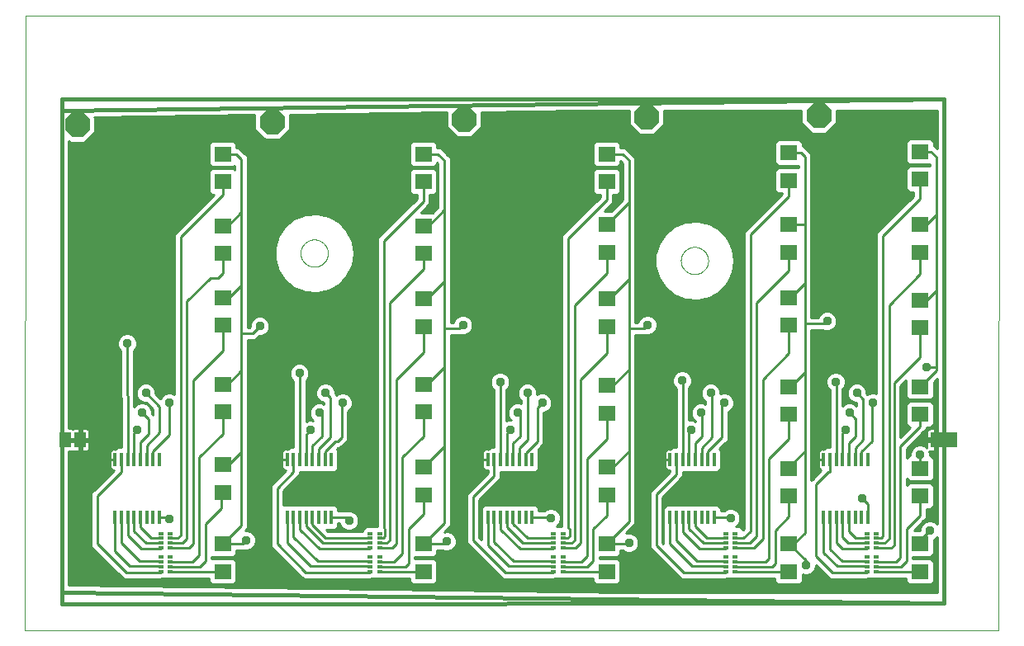
<source format=gtl>
G75*
%MOIN*%
%OFA0B0*%
%FSLAX25Y25*%
%IPPOS*%
%LPD*%
%AMOC8*
5,1,8,0,0,1.08239X$1,22.5*
%
%ADD10C,0.00000*%
%ADD11C,0.01600*%
%ADD12R,0.07098X0.06299*%
%ADD13R,0.04600X0.06300*%
%ADD14R,0.01181X0.05709*%
%ADD15R,0.01969X0.01575*%
%ADD16R,0.01969X0.01181*%
%ADD17OC8,0.10000*%
%ADD18C,0.01000*%
%ADD19C,0.03762*%
%ADD20C,0.02400*%
D10*
X0001000Y0001000D02*
X0001500Y0249501D01*
X0394621Y0249501D01*
X0394121Y0001000D01*
X0001000Y0001000D01*
X0112488Y0153500D02*
X0112490Y0153648D01*
X0112496Y0153796D01*
X0112506Y0153944D01*
X0112520Y0154091D01*
X0112538Y0154238D01*
X0112559Y0154384D01*
X0112585Y0154530D01*
X0112615Y0154675D01*
X0112648Y0154819D01*
X0112686Y0154962D01*
X0112727Y0155104D01*
X0112772Y0155245D01*
X0112820Y0155385D01*
X0112873Y0155524D01*
X0112929Y0155661D01*
X0112989Y0155796D01*
X0113052Y0155930D01*
X0113119Y0156062D01*
X0113190Y0156192D01*
X0113264Y0156320D01*
X0113341Y0156446D01*
X0113422Y0156570D01*
X0113506Y0156692D01*
X0113593Y0156811D01*
X0113684Y0156928D01*
X0113778Y0157043D01*
X0113874Y0157155D01*
X0113974Y0157265D01*
X0114076Y0157371D01*
X0114182Y0157475D01*
X0114290Y0157576D01*
X0114401Y0157674D01*
X0114514Y0157770D01*
X0114630Y0157862D01*
X0114748Y0157951D01*
X0114869Y0158036D01*
X0114992Y0158119D01*
X0115117Y0158198D01*
X0115244Y0158274D01*
X0115373Y0158346D01*
X0115504Y0158415D01*
X0115637Y0158480D01*
X0115772Y0158541D01*
X0115908Y0158599D01*
X0116045Y0158654D01*
X0116184Y0158704D01*
X0116325Y0158751D01*
X0116466Y0158794D01*
X0116609Y0158834D01*
X0116753Y0158869D01*
X0116897Y0158901D01*
X0117043Y0158928D01*
X0117189Y0158952D01*
X0117336Y0158972D01*
X0117483Y0158988D01*
X0117630Y0159000D01*
X0117778Y0159008D01*
X0117926Y0159012D01*
X0118074Y0159012D01*
X0118222Y0159008D01*
X0118370Y0159000D01*
X0118517Y0158988D01*
X0118664Y0158972D01*
X0118811Y0158952D01*
X0118957Y0158928D01*
X0119103Y0158901D01*
X0119247Y0158869D01*
X0119391Y0158834D01*
X0119534Y0158794D01*
X0119675Y0158751D01*
X0119816Y0158704D01*
X0119955Y0158654D01*
X0120092Y0158599D01*
X0120228Y0158541D01*
X0120363Y0158480D01*
X0120496Y0158415D01*
X0120627Y0158346D01*
X0120756Y0158274D01*
X0120883Y0158198D01*
X0121008Y0158119D01*
X0121131Y0158036D01*
X0121252Y0157951D01*
X0121370Y0157862D01*
X0121486Y0157770D01*
X0121599Y0157674D01*
X0121710Y0157576D01*
X0121818Y0157475D01*
X0121924Y0157371D01*
X0122026Y0157265D01*
X0122126Y0157155D01*
X0122222Y0157043D01*
X0122316Y0156928D01*
X0122407Y0156811D01*
X0122494Y0156692D01*
X0122578Y0156570D01*
X0122659Y0156446D01*
X0122736Y0156320D01*
X0122810Y0156192D01*
X0122881Y0156062D01*
X0122948Y0155930D01*
X0123011Y0155796D01*
X0123071Y0155661D01*
X0123127Y0155524D01*
X0123180Y0155385D01*
X0123228Y0155245D01*
X0123273Y0155104D01*
X0123314Y0154962D01*
X0123352Y0154819D01*
X0123385Y0154675D01*
X0123415Y0154530D01*
X0123441Y0154384D01*
X0123462Y0154238D01*
X0123480Y0154091D01*
X0123494Y0153944D01*
X0123504Y0153796D01*
X0123510Y0153648D01*
X0123512Y0153500D01*
X0123510Y0153352D01*
X0123504Y0153204D01*
X0123494Y0153056D01*
X0123480Y0152909D01*
X0123462Y0152762D01*
X0123441Y0152616D01*
X0123415Y0152470D01*
X0123385Y0152325D01*
X0123352Y0152181D01*
X0123314Y0152038D01*
X0123273Y0151896D01*
X0123228Y0151755D01*
X0123180Y0151615D01*
X0123127Y0151476D01*
X0123071Y0151339D01*
X0123011Y0151204D01*
X0122948Y0151070D01*
X0122881Y0150938D01*
X0122810Y0150808D01*
X0122736Y0150680D01*
X0122659Y0150554D01*
X0122578Y0150430D01*
X0122494Y0150308D01*
X0122407Y0150189D01*
X0122316Y0150072D01*
X0122222Y0149957D01*
X0122126Y0149845D01*
X0122026Y0149735D01*
X0121924Y0149629D01*
X0121818Y0149525D01*
X0121710Y0149424D01*
X0121599Y0149326D01*
X0121486Y0149230D01*
X0121370Y0149138D01*
X0121252Y0149049D01*
X0121131Y0148964D01*
X0121008Y0148881D01*
X0120883Y0148802D01*
X0120756Y0148726D01*
X0120627Y0148654D01*
X0120496Y0148585D01*
X0120363Y0148520D01*
X0120228Y0148459D01*
X0120092Y0148401D01*
X0119955Y0148346D01*
X0119816Y0148296D01*
X0119675Y0148249D01*
X0119534Y0148206D01*
X0119391Y0148166D01*
X0119247Y0148131D01*
X0119103Y0148099D01*
X0118957Y0148072D01*
X0118811Y0148048D01*
X0118664Y0148028D01*
X0118517Y0148012D01*
X0118370Y0148000D01*
X0118222Y0147992D01*
X0118074Y0147988D01*
X0117926Y0147988D01*
X0117778Y0147992D01*
X0117630Y0148000D01*
X0117483Y0148012D01*
X0117336Y0148028D01*
X0117189Y0148048D01*
X0117043Y0148072D01*
X0116897Y0148099D01*
X0116753Y0148131D01*
X0116609Y0148166D01*
X0116466Y0148206D01*
X0116325Y0148249D01*
X0116184Y0148296D01*
X0116045Y0148346D01*
X0115908Y0148401D01*
X0115772Y0148459D01*
X0115637Y0148520D01*
X0115504Y0148585D01*
X0115373Y0148654D01*
X0115244Y0148726D01*
X0115117Y0148802D01*
X0114992Y0148881D01*
X0114869Y0148964D01*
X0114748Y0149049D01*
X0114630Y0149138D01*
X0114514Y0149230D01*
X0114401Y0149326D01*
X0114290Y0149424D01*
X0114182Y0149525D01*
X0114076Y0149629D01*
X0113974Y0149735D01*
X0113874Y0149845D01*
X0113778Y0149957D01*
X0113684Y0150072D01*
X0113593Y0150189D01*
X0113506Y0150308D01*
X0113422Y0150430D01*
X0113341Y0150554D01*
X0113264Y0150680D01*
X0113190Y0150808D01*
X0113119Y0150938D01*
X0113052Y0151070D01*
X0112989Y0151204D01*
X0112929Y0151339D01*
X0112873Y0151476D01*
X0112820Y0151615D01*
X0112772Y0151755D01*
X0112727Y0151896D01*
X0112686Y0152038D01*
X0112648Y0152181D01*
X0112615Y0152325D01*
X0112585Y0152470D01*
X0112559Y0152616D01*
X0112538Y0152762D01*
X0112520Y0152909D01*
X0112506Y0153056D01*
X0112496Y0153204D01*
X0112490Y0153352D01*
X0112488Y0153500D01*
X0265988Y0150500D02*
X0265990Y0150648D01*
X0265996Y0150796D01*
X0266006Y0150944D01*
X0266020Y0151091D01*
X0266038Y0151238D01*
X0266059Y0151384D01*
X0266085Y0151530D01*
X0266115Y0151675D01*
X0266148Y0151819D01*
X0266186Y0151962D01*
X0266227Y0152104D01*
X0266272Y0152245D01*
X0266320Y0152385D01*
X0266373Y0152524D01*
X0266429Y0152661D01*
X0266489Y0152796D01*
X0266552Y0152930D01*
X0266619Y0153062D01*
X0266690Y0153192D01*
X0266764Y0153320D01*
X0266841Y0153446D01*
X0266922Y0153570D01*
X0267006Y0153692D01*
X0267093Y0153811D01*
X0267184Y0153928D01*
X0267278Y0154043D01*
X0267374Y0154155D01*
X0267474Y0154265D01*
X0267576Y0154371D01*
X0267682Y0154475D01*
X0267790Y0154576D01*
X0267901Y0154674D01*
X0268014Y0154770D01*
X0268130Y0154862D01*
X0268248Y0154951D01*
X0268369Y0155036D01*
X0268492Y0155119D01*
X0268617Y0155198D01*
X0268744Y0155274D01*
X0268873Y0155346D01*
X0269004Y0155415D01*
X0269137Y0155480D01*
X0269272Y0155541D01*
X0269408Y0155599D01*
X0269545Y0155654D01*
X0269684Y0155704D01*
X0269825Y0155751D01*
X0269966Y0155794D01*
X0270109Y0155834D01*
X0270253Y0155869D01*
X0270397Y0155901D01*
X0270543Y0155928D01*
X0270689Y0155952D01*
X0270836Y0155972D01*
X0270983Y0155988D01*
X0271130Y0156000D01*
X0271278Y0156008D01*
X0271426Y0156012D01*
X0271574Y0156012D01*
X0271722Y0156008D01*
X0271870Y0156000D01*
X0272017Y0155988D01*
X0272164Y0155972D01*
X0272311Y0155952D01*
X0272457Y0155928D01*
X0272603Y0155901D01*
X0272747Y0155869D01*
X0272891Y0155834D01*
X0273034Y0155794D01*
X0273175Y0155751D01*
X0273316Y0155704D01*
X0273455Y0155654D01*
X0273592Y0155599D01*
X0273728Y0155541D01*
X0273863Y0155480D01*
X0273996Y0155415D01*
X0274127Y0155346D01*
X0274256Y0155274D01*
X0274383Y0155198D01*
X0274508Y0155119D01*
X0274631Y0155036D01*
X0274752Y0154951D01*
X0274870Y0154862D01*
X0274986Y0154770D01*
X0275099Y0154674D01*
X0275210Y0154576D01*
X0275318Y0154475D01*
X0275424Y0154371D01*
X0275526Y0154265D01*
X0275626Y0154155D01*
X0275722Y0154043D01*
X0275816Y0153928D01*
X0275907Y0153811D01*
X0275994Y0153692D01*
X0276078Y0153570D01*
X0276159Y0153446D01*
X0276236Y0153320D01*
X0276310Y0153192D01*
X0276381Y0153062D01*
X0276448Y0152930D01*
X0276511Y0152796D01*
X0276571Y0152661D01*
X0276627Y0152524D01*
X0276680Y0152385D01*
X0276728Y0152245D01*
X0276773Y0152104D01*
X0276814Y0151962D01*
X0276852Y0151819D01*
X0276885Y0151675D01*
X0276915Y0151530D01*
X0276941Y0151384D01*
X0276962Y0151238D01*
X0276980Y0151091D01*
X0276994Y0150944D01*
X0277004Y0150796D01*
X0277010Y0150648D01*
X0277012Y0150500D01*
X0277010Y0150352D01*
X0277004Y0150204D01*
X0276994Y0150056D01*
X0276980Y0149909D01*
X0276962Y0149762D01*
X0276941Y0149616D01*
X0276915Y0149470D01*
X0276885Y0149325D01*
X0276852Y0149181D01*
X0276814Y0149038D01*
X0276773Y0148896D01*
X0276728Y0148755D01*
X0276680Y0148615D01*
X0276627Y0148476D01*
X0276571Y0148339D01*
X0276511Y0148204D01*
X0276448Y0148070D01*
X0276381Y0147938D01*
X0276310Y0147808D01*
X0276236Y0147680D01*
X0276159Y0147554D01*
X0276078Y0147430D01*
X0275994Y0147308D01*
X0275907Y0147189D01*
X0275816Y0147072D01*
X0275722Y0146957D01*
X0275626Y0146845D01*
X0275526Y0146735D01*
X0275424Y0146629D01*
X0275318Y0146525D01*
X0275210Y0146424D01*
X0275099Y0146326D01*
X0274986Y0146230D01*
X0274870Y0146138D01*
X0274752Y0146049D01*
X0274631Y0145964D01*
X0274508Y0145881D01*
X0274383Y0145802D01*
X0274256Y0145726D01*
X0274127Y0145654D01*
X0273996Y0145585D01*
X0273863Y0145520D01*
X0273728Y0145459D01*
X0273592Y0145401D01*
X0273455Y0145346D01*
X0273316Y0145296D01*
X0273175Y0145249D01*
X0273034Y0145206D01*
X0272891Y0145166D01*
X0272747Y0145131D01*
X0272603Y0145099D01*
X0272457Y0145072D01*
X0272311Y0145048D01*
X0272164Y0145028D01*
X0272017Y0145012D01*
X0271870Y0145000D01*
X0271722Y0144992D01*
X0271574Y0144988D01*
X0271426Y0144988D01*
X0271278Y0144992D01*
X0271130Y0145000D01*
X0270983Y0145012D01*
X0270836Y0145028D01*
X0270689Y0145048D01*
X0270543Y0145072D01*
X0270397Y0145099D01*
X0270253Y0145131D01*
X0270109Y0145166D01*
X0269966Y0145206D01*
X0269825Y0145249D01*
X0269684Y0145296D01*
X0269545Y0145346D01*
X0269408Y0145401D01*
X0269272Y0145459D01*
X0269137Y0145520D01*
X0269004Y0145585D01*
X0268873Y0145654D01*
X0268744Y0145726D01*
X0268617Y0145802D01*
X0268492Y0145881D01*
X0268369Y0145964D01*
X0268248Y0146049D01*
X0268130Y0146138D01*
X0268014Y0146230D01*
X0267901Y0146326D01*
X0267790Y0146424D01*
X0267682Y0146525D01*
X0267576Y0146629D01*
X0267474Y0146735D01*
X0267374Y0146845D01*
X0267278Y0146957D01*
X0267184Y0147072D01*
X0267093Y0147189D01*
X0267006Y0147308D01*
X0266922Y0147430D01*
X0266841Y0147554D01*
X0266764Y0147680D01*
X0266690Y0147808D01*
X0266619Y0147938D01*
X0266552Y0148070D01*
X0266489Y0148204D01*
X0266429Y0148339D01*
X0266373Y0148476D01*
X0266320Y0148615D01*
X0266272Y0148755D01*
X0266227Y0148896D01*
X0266186Y0149038D01*
X0266148Y0149181D01*
X0266115Y0149325D01*
X0266085Y0149470D01*
X0266059Y0149616D01*
X0266038Y0149762D01*
X0266020Y0149909D01*
X0266006Y0150056D01*
X0265996Y0150204D01*
X0265990Y0150352D01*
X0265988Y0150500D01*
D11*
X0372200Y0215800D02*
X0016000Y0211200D01*
X0016000Y0215800D01*
X0372200Y0215800D01*
X0372250Y0215800D01*
X0372250Y0012000D01*
X0016000Y0011800D01*
X0016000Y0016500D01*
X0372300Y0012000D01*
X0016000Y0016500D02*
X0016000Y0030500D01*
X0016000Y0062000D01*
X0016000Y0211200D01*
D12*
X0081000Y0193598D03*
X0081000Y0182402D03*
X0081000Y0164598D03*
X0081000Y0153402D03*
X0081000Y0135598D03*
X0081000Y0124402D03*
X0081000Y0100598D03*
X0081000Y0089402D03*
X0081000Y0068098D03*
X0081000Y0056902D03*
X0081000Y0036098D03*
X0081000Y0024902D03*
X0162000Y0024902D03*
X0162000Y0036098D03*
X0162000Y0055902D03*
X0162000Y0067098D03*
X0162000Y0089402D03*
X0162000Y0100598D03*
X0162000Y0123902D03*
X0162000Y0135098D03*
X0162000Y0153402D03*
X0162000Y0164598D03*
X0162000Y0182402D03*
X0162000Y0193598D03*
X0236000Y0193598D03*
X0236000Y0182402D03*
X0236000Y0165098D03*
X0236000Y0153902D03*
X0236000Y0135098D03*
X0236000Y0123902D03*
X0236000Y0100098D03*
X0236000Y0088902D03*
X0236000Y0067098D03*
X0236000Y0055902D03*
X0236000Y0036098D03*
X0236000Y0024902D03*
X0309500Y0024902D03*
X0309500Y0036098D03*
X0309500Y0055402D03*
X0309500Y0066598D03*
X0309500Y0088402D03*
X0309500Y0099598D03*
X0309500Y0124402D03*
X0309500Y0135598D03*
X0309500Y0153902D03*
X0309500Y0165098D03*
X0309500Y0182902D03*
X0309500Y0194098D03*
X0362500Y0194598D03*
X0362500Y0183402D03*
X0362500Y0165098D03*
X0362500Y0153902D03*
X0362500Y0134598D03*
X0362500Y0123402D03*
X0362500Y0099598D03*
X0362500Y0088402D03*
X0362500Y0066598D03*
X0362500Y0055402D03*
X0362500Y0036098D03*
X0362500Y0024902D03*
D13*
X0369000Y0078000D03*
X0375000Y0078000D03*
X0023500Y0078000D03*
X0017500Y0078000D03*
D14*
X0037543Y0070114D03*
X0040102Y0070114D03*
X0042661Y0070114D03*
X0045220Y0070114D03*
X0047780Y0070114D03*
X0050339Y0070114D03*
X0052898Y0070114D03*
X0055457Y0070114D03*
X0055457Y0046886D03*
X0052898Y0046886D03*
X0050339Y0046886D03*
X0047780Y0046886D03*
X0045220Y0046886D03*
X0042661Y0046886D03*
X0040102Y0046886D03*
X0037543Y0046886D03*
X0107043Y0046886D03*
X0109602Y0046886D03*
X0112161Y0046886D03*
X0114720Y0046886D03*
X0117280Y0046886D03*
X0119839Y0046886D03*
X0122398Y0046886D03*
X0124957Y0046886D03*
X0124957Y0070114D03*
X0122398Y0070114D03*
X0119839Y0070114D03*
X0117280Y0070114D03*
X0114720Y0070114D03*
X0112161Y0070114D03*
X0109602Y0070114D03*
X0107043Y0070114D03*
X0188043Y0070114D03*
X0190602Y0070114D03*
X0193161Y0070114D03*
X0195720Y0070114D03*
X0198280Y0070114D03*
X0200839Y0070114D03*
X0203398Y0070114D03*
X0205957Y0070114D03*
X0205957Y0046886D03*
X0203398Y0046886D03*
X0200839Y0046886D03*
X0198280Y0046886D03*
X0195720Y0046886D03*
X0193161Y0046886D03*
X0190602Y0046886D03*
X0188043Y0046886D03*
X0261543Y0046886D03*
X0264102Y0046886D03*
X0266661Y0046886D03*
X0269220Y0046886D03*
X0271780Y0046886D03*
X0274339Y0046886D03*
X0276898Y0046886D03*
X0279457Y0046886D03*
X0279457Y0070114D03*
X0276898Y0070114D03*
X0274339Y0070114D03*
X0271780Y0070114D03*
X0269220Y0070114D03*
X0266661Y0070114D03*
X0264102Y0070114D03*
X0261543Y0070114D03*
X0323543Y0070114D03*
X0326102Y0070114D03*
X0328661Y0070114D03*
X0331220Y0070114D03*
X0333780Y0070114D03*
X0336339Y0070114D03*
X0338898Y0070114D03*
X0341457Y0070114D03*
X0341457Y0046886D03*
X0338898Y0046886D03*
X0336339Y0046886D03*
X0333780Y0046886D03*
X0331220Y0046886D03*
X0328661Y0046886D03*
X0326102Y0046886D03*
X0323543Y0046886D03*
D15*
X0341031Y0040256D03*
X0344969Y0040256D03*
X0344969Y0034350D03*
X0344969Y0030756D03*
X0341031Y0030756D03*
X0341031Y0034350D03*
X0341031Y0024850D03*
X0344969Y0024850D03*
X0287969Y0024850D03*
X0284031Y0024850D03*
X0284031Y0030756D03*
X0284031Y0034350D03*
X0287969Y0034350D03*
X0287969Y0030756D03*
X0287969Y0040256D03*
X0284031Y0040256D03*
X0218469Y0040256D03*
X0214531Y0040256D03*
X0214531Y0034350D03*
X0214531Y0030756D03*
X0218469Y0030756D03*
X0218469Y0034350D03*
X0218469Y0024850D03*
X0214531Y0024850D03*
X0144469Y0024850D03*
X0140531Y0024850D03*
X0140531Y0030756D03*
X0140531Y0034350D03*
X0144469Y0034350D03*
X0144469Y0030756D03*
X0144469Y0040256D03*
X0140531Y0040256D03*
X0059969Y0040256D03*
X0056031Y0040256D03*
X0056031Y0034350D03*
X0056031Y0030756D03*
X0059969Y0030756D03*
X0059969Y0034350D03*
X0059969Y0024850D03*
X0056031Y0024850D03*
D16*
X0056031Y0026819D03*
X0056031Y0028787D03*
X0059969Y0028787D03*
X0059969Y0026819D03*
X0059969Y0036319D03*
X0059969Y0038287D03*
X0056031Y0038287D03*
X0056031Y0036319D03*
X0140531Y0036319D03*
X0140531Y0038287D03*
X0144469Y0038287D03*
X0144469Y0036319D03*
X0144469Y0028787D03*
X0144469Y0026819D03*
X0140531Y0026819D03*
X0140531Y0028787D03*
X0214531Y0028787D03*
X0214531Y0026819D03*
X0218469Y0026819D03*
X0218469Y0028787D03*
X0218469Y0036319D03*
X0218469Y0038287D03*
X0214531Y0038287D03*
X0214531Y0036319D03*
X0284031Y0036319D03*
X0284031Y0038287D03*
X0287969Y0038287D03*
X0287969Y0036319D03*
X0287969Y0028787D03*
X0287969Y0026819D03*
X0284031Y0026819D03*
X0284031Y0028787D03*
X0341031Y0028787D03*
X0341031Y0026819D03*
X0344969Y0026819D03*
X0344969Y0028787D03*
X0344969Y0036319D03*
X0344969Y0038287D03*
X0341031Y0038287D03*
X0341031Y0036319D03*
D17*
X0178550Y0207400D03*
X0252200Y0208400D03*
X0321700Y0209050D03*
X0101050Y0206500D03*
X0022350Y0205300D03*
D18*
X0029450Y0205695D02*
X0093950Y0205695D01*
X0093950Y0206693D02*
X0029450Y0206693D01*
X0029450Y0207692D02*
X0093950Y0207692D01*
X0093950Y0208690D02*
X0046246Y0208690D01*
X0029450Y0208241D02*
X0029450Y0202359D01*
X0025291Y0198200D01*
X0019409Y0198200D01*
X0018900Y0198709D01*
X0018900Y0082650D01*
X0019997Y0082650D01*
X0020379Y0082548D01*
X0020500Y0082478D01*
X0020621Y0082548D01*
X0021003Y0082650D01*
X0023000Y0082650D01*
X0023000Y0078500D01*
X0024000Y0078500D01*
X0024000Y0082650D01*
X0025997Y0082650D01*
X0026379Y0082548D01*
X0026721Y0082350D01*
X0027000Y0082071D01*
X0027198Y0081729D01*
X0027300Y0081347D01*
X0027300Y0078500D01*
X0024000Y0078500D01*
X0024000Y0077500D01*
X0027300Y0077500D01*
X0027300Y0074653D01*
X0027198Y0074271D01*
X0027000Y0073929D01*
X0026721Y0073650D01*
X0026379Y0073452D01*
X0025997Y0073350D01*
X0024000Y0073350D01*
X0024000Y0077500D01*
X0023000Y0077500D01*
X0019700Y0077500D01*
X0018900Y0077500D01*
X0018900Y0078500D01*
X0023000Y0078500D01*
X0023000Y0077500D01*
X0023000Y0073350D01*
X0021003Y0073350D01*
X0020621Y0073452D01*
X0020500Y0073522D01*
X0020379Y0073452D01*
X0019997Y0073350D01*
X0018900Y0073350D01*
X0018900Y0019364D01*
X0245633Y0016500D01*
X0369350Y0016500D01*
X0369350Y0038720D01*
X0368755Y0038125D01*
X0368149Y0037874D01*
X0368149Y0032079D01*
X0366919Y0030849D01*
X0359600Y0030849D01*
X0359600Y0030151D01*
X0366919Y0030151D01*
X0368149Y0028921D01*
X0368149Y0020882D01*
X0366919Y0019652D01*
X0358081Y0019652D01*
X0356851Y0020882D01*
X0356851Y0022250D01*
X0347110Y0022250D01*
X0346823Y0021963D01*
X0343114Y0021963D01*
X0343000Y0022077D01*
X0342886Y0021963D01*
X0341350Y0021963D01*
X0341198Y0021900D01*
X0326483Y0021900D01*
X0325527Y0022296D01*
X0320481Y0027342D01*
X0320481Y0026708D01*
X0319875Y0025245D01*
X0318755Y0024125D01*
X0317292Y0023519D01*
X0315708Y0023519D01*
X0315149Y0023750D01*
X0315149Y0020882D01*
X0313919Y0019652D01*
X0305081Y0019652D01*
X0303851Y0020882D01*
X0303851Y0022250D01*
X0290110Y0022250D01*
X0289823Y0021963D01*
X0286114Y0021963D01*
X0286000Y0022077D01*
X0285886Y0021963D01*
X0284350Y0021963D01*
X0284198Y0021900D01*
X0266483Y0021900D01*
X0265527Y0022296D01*
X0264796Y0023027D01*
X0253796Y0034027D01*
X0253400Y0034983D01*
X0253400Y0056517D01*
X0253796Y0057473D01*
X0254527Y0058204D01*
X0261502Y0065179D01*
X0261502Y0065760D01*
X0260755Y0065760D01*
X0260374Y0065862D01*
X0260032Y0066060D01*
X0259752Y0066339D01*
X0259555Y0066681D01*
X0259453Y0067062D01*
X0259453Y0070114D01*
X0261412Y0070114D01*
X0261412Y0070114D01*
X0259453Y0070114D01*
X0259453Y0073166D01*
X0259555Y0073547D01*
X0259752Y0073890D01*
X0260032Y0074169D01*
X0260374Y0074366D01*
X0260755Y0074468D01*
X0261543Y0074468D01*
X0261543Y0073970D01*
X0261543Y0073970D01*
X0261543Y0074468D01*
X0262042Y0074468D01*
X0262642Y0075068D01*
X0264061Y0075068D01*
X0264061Y0098808D01*
X0263125Y0099745D01*
X0262519Y0101208D01*
X0262519Y0102792D01*
X0263125Y0104255D01*
X0264245Y0105375D01*
X0265708Y0105981D01*
X0267292Y0105981D01*
X0268755Y0105375D01*
X0269875Y0104255D01*
X0270481Y0102792D01*
X0270481Y0101208D01*
X0269875Y0099745D01*
X0269261Y0099131D01*
X0269261Y0085981D01*
X0270792Y0085981D01*
X0271900Y0085522D01*
X0271900Y0085561D01*
X0271745Y0085625D01*
X0270625Y0086745D01*
X0270019Y0088208D01*
X0270019Y0089792D01*
X0270625Y0091255D01*
X0271745Y0092375D01*
X0273208Y0092981D01*
X0274792Y0092981D01*
X0275900Y0092522D01*
X0275900Y0093561D01*
X0275745Y0093625D01*
X0274625Y0094745D01*
X0274019Y0096208D01*
X0274019Y0097792D01*
X0274625Y0099255D01*
X0275745Y0100375D01*
X0277208Y0100981D01*
X0278792Y0100981D01*
X0280255Y0100375D01*
X0281375Y0099255D01*
X0281981Y0097792D01*
X0281981Y0096680D01*
X0282708Y0096981D01*
X0284292Y0096981D01*
X0285755Y0096375D01*
X0286875Y0095255D01*
X0287481Y0093792D01*
X0287481Y0092208D01*
X0286875Y0090745D01*
X0285755Y0089625D01*
X0285100Y0089354D01*
X0285100Y0078483D01*
X0284704Y0077527D01*
X0283973Y0076796D01*
X0281581Y0074404D01*
X0282147Y0073838D01*
X0282147Y0066390D01*
X0280917Y0065160D01*
X0266702Y0065160D01*
X0266702Y0063585D01*
X0266307Y0062630D01*
X0258600Y0054923D01*
X0258600Y0036577D01*
X0258943Y0036234D01*
X0258943Y0043071D01*
X0258853Y0043162D01*
X0258853Y0050610D01*
X0260083Y0051840D01*
X0280917Y0051840D01*
X0282147Y0050610D01*
X0282147Y0049486D01*
X0283356Y0049486D01*
X0283745Y0049875D01*
X0285208Y0050481D01*
X0286792Y0050481D01*
X0288255Y0049875D01*
X0289375Y0048755D01*
X0289981Y0047292D01*
X0289981Y0045708D01*
X0289375Y0044245D01*
X0288273Y0043143D01*
X0289823Y0043143D01*
X0291053Y0041913D01*
X0291053Y0041730D01*
X0291400Y0042077D01*
X0291400Y0161517D01*
X0291796Y0162473D01*
X0306900Y0177577D01*
X0306900Y0177652D01*
X0305081Y0177652D01*
X0303851Y0178882D01*
X0303851Y0186921D01*
X0305081Y0188151D01*
X0313400Y0188151D01*
X0313400Y0188849D01*
X0305081Y0188849D01*
X0303851Y0190079D01*
X0303851Y0198118D01*
X0305081Y0199348D01*
X0313919Y0199348D01*
X0315149Y0198118D01*
X0315149Y0196644D01*
X0315973Y0196303D01*
X0318204Y0194071D01*
X0318600Y0193116D01*
X0318600Y0127600D01*
X0321354Y0127600D01*
X0321625Y0128255D01*
X0322745Y0129375D01*
X0324208Y0129981D01*
X0325792Y0129981D01*
X0327255Y0129375D01*
X0328375Y0128255D01*
X0328981Y0126792D01*
X0328981Y0125208D01*
X0328375Y0123745D01*
X0327255Y0122625D01*
X0325792Y0122019D01*
X0324208Y0122019D01*
X0323288Y0122400D01*
X0318600Y0122400D01*
X0318600Y0061777D01*
X0319027Y0062204D01*
X0322619Y0065796D01*
X0322374Y0065862D01*
X0322032Y0066060D01*
X0321752Y0066339D01*
X0321555Y0066681D01*
X0321453Y0067062D01*
X0321453Y0070114D01*
X0323412Y0070114D01*
X0323412Y0070114D01*
X0321453Y0070114D01*
X0321453Y0073166D01*
X0321555Y0073547D01*
X0321752Y0073890D01*
X0322032Y0074169D01*
X0322374Y0074366D01*
X0322755Y0074468D01*
X0323543Y0074468D01*
X0323543Y0073970D01*
X0323543Y0073970D01*
X0323543Y0074468D01*
X0324042Y0074468D01*
X0324642Y0075068D01*
X0326061Y0075068D01*
X0326061Y0098308D01*
X0325125Y0099245D01*
X0324519Y0100708D01*
X0324519Y0102292D01*
X0325125Y0103755D01*
X0326245Y0104875D01*
X0327708Y0105481D01*
X0329292Y0105481D01*
X0330755Y0104875D01*
X0331875Y0103755D01*
X0332481Y0102292D01*
X0332481Y0100708D01*
X0331875Y0099245D01*
X0331261Y0098631D01*
X0331261Y0091892D01*
X0331745Y0092375D01*
X0333208Y0092981D01*
X0334792Y0092981D01*
X0336255Y0092375D01*
X0336900Y0091730D01*
X0336900Y0093019D01*
X0336208Y0093019D01*
X0334745Y0093625D01*
X0333625Y0094745D01*
X0333019Y0096208D01*
X0333019Y0097792D01*
X0333625Y0099255D01*
X0334745Y0100375D01*
X0336208Y0100981D01*
X0337792Y0100981D01*
X0339255Y0100375D01*
X0340375Y0099255D01*
X0340981Y0097792D01*
X0340981Y0096696D01*
X0341285Y0096392D01*
X0342708Y0096981D01*
X0344292Y0096981D01*
X0344900Y0096729D01*
X0344900Y0161017D01*
X0345296Y0161973D01*
X0359900Y0176577D01*
X0359900Y0178152D01*
X0358081Y0178152D01*
X0356851Y0179382D01*
X0356851Y0187421D01*
X0358081Y0188651D01*
X0366400Y0188651D01*
X0366400Y0189349D01*
X0358081Y0189349D01*
X0356851Y0190579D01*
X0356851Y0198618D01*
X0358081Y0199848D01*
X0366919Y0199848D01*
X0368149Y0198618D01*
X0368149Y0196896D01*
X0368374Y0196803D01*
X0369350Y0195827D01*
X0369350Y0211000D01*
X0328800Y0211000D01*
X0328800Y0206109D01*
X0324641Y0201950D01*
X0318759Y0201950D01*
X0314600Y0206109D01*
X0314600Y0211000D01*
X0259300Y0211000D01*
X0259300Y0205459D01*
X0255141Y0201300D01*
X0249259Y0201300D01*
X0245100Y0205459D01*
X0245100Y0211000D01*
X0225092Y0211000D01*
X0185502Y0210489D01*
X0185650Y0210341D01*
X0185650Y0204459D01*
X0181491Y0200300D01*
X0175609Y0200300D01*
X0171450Y0204459D01*
X0171450Y0210307D01*
X0108102Y0209489D01*
X0108150Y0209441D01*
X0108150Y0203559D01*
X0103991Y0199400D01*
X0098109Y0199400D01*
X0093950Y0203559D01*
X0093950Y0209306D01*
X0029220Y0208470D01*
X0029450Y0208241D01*
X0029450Y0204696D02*
X0093950Y0204696D01*
X0093950Y0203698D02*
X0029450Y0203698D01*
X0029450Y0202699D02*
X0094810Y0202699D01*
X0095808Y0201701D02*
X0028792Y0201701D01*
X0027793Y0200702D02*
X0096807Y0200702D01*
X0097805Y0199704D02*
X0026795Y0199704D01*
X0025796Y0198705D02*
X0076438Y0198705D01*
X0076581Y0198848D02*
X0075351Y0197618D01*
X0075351Y0189579D01*
X0076581Y0188349D01*
X0085419Y0188349D01*
X0085900Y0188830D01*
X0085900Y0187170D01*
X0085419Y0187651D01*
X0076581Y0187651D01*
X0075351Y0186421D01*
X0075351Y0178382D01*
X0076581Y0177152D01*
X0077475Y0177152D01*
X0061796Y0161473D01*
X0061400Y0160517D01*
X0061400Y0096522D01*
X0060292Y0096981D01*
X0058708Y0096981D01*
X0057245Y0096375D01*
X0056125Y0095255D01*
X0055919Y0094758D01*
X0053981Y0096696D01*
X0053981Y0097792D01*
X0053375Y0099255D01*
X0052255Y0100375D01*
X0050792Y0100981D01*
X0049208Y0100981D01*
X0047745Y0100375D01*
X0046625Y0099255D01*
X0046019Y0097792D01*
X0046019Y0096208D01*
X0046625Y0094745D01*
X0047745Y0093625D01*
X0049208Y0093019D01*
X0050304Y0093019D01*
X0052900Y0090423D01*
X0052900Y0088277D01*
X0052481Y0088696D01*
X0052481Y0089792D01*
X0051875Y0091255D01*
X0050755Y0092375D01*
X0049292Y0092981D01*
X0047708Y0092981D01*
X0046245Y0092375D01*
X0045261Y0091392D01*
X0045261Y0096356D01*
X0045100Y0096745D01*
X0045100Y0113970D01*
X0045875Y0114745D01*
X0046481Y0116208D01*
X0046481Y0117792D01*
X0045875Y0119255D01*
X0044755Y0120375D01*
X0043292Y0120981D01*
X0041708Y0120981D01*
X0040245Y0120375D01*
X0039125Y0119255D01*
X0038519Y0117792D01*
X0038519Y0116208D01*
X0039125Y0114745D01*
X0039900Y0113970D01*
X0039900Y0095483D01*
X0040061Y0095093D01*
X0040061Y0075068D01*
X0038642Y0075068D01*
X0038042Y0074468D01*
X0037543Y0074468D01*
X0036755Y0074468D01*
X0036374Y0074366D01*
X0036032Y0074169D01*
X0035752Y0073890D01*
X0035555Y0073547D01*
X0035453Y0073166D01*
X0035453Y0070114D01*
X0035453Y0067062D01*
X0035555Y0066681D01*
X0035752Y0066339D01*
X0036032Y0066060D01*
X0036374Y0065862D01*
X0036755Y0065760D01*
X0037083Y0065760D01*
X0029027Y0057704D01*
X0028296Y0056973D01*
X0027900Y0056017D01*
X0027900Y0035483D01*
X0028296Y0034527D01*
X0039796Y0023027D01*
X0040527Y0022296D01*
X0041483Y0021900D01*
X0056198Y0021900D01*
X0056350Y0021963D01*
X0057886Y0021963D01*
X0058000Y0022077D01*
X0058114Y0021963D01*
X0061823Y0021963D01*
X0062110Y0022250D01*
X0075351Y0022250D01*
X0075351Y0020882D01*
X0076581Y0019652D01*
X0085419Y0019652D01*
X0086649Y0020882D01*
X0086649Y0028921D01*
X0085419Y0030151D01*
X0076600Y0030151D01*
X0076600Y0030849D01*
X0085419Y0030849D01*
X0086649Y0032079D01*
X0086649Y0033498D01*
X0089616Y0033498D01*
X0089687Y0033528D01*
X0089708Y0033519D01*
X0091292Y0033519D01*
X0092755Y0034125D01*
X0093875Y0035245D01*
X0094481Y0036708D01*
X0094481Y0038292D01*
X0093875Y0039755D01*
X0092755Y0040875D01*
X0091292Y0041481D01*
X0090060Y0041481D01*
X0090704Y0042126D01*
X0091100Y0043081D01*
X0091100Y0118400D01*
X0093517Y0118400D01*
X0094473Y0118796D01*
X0095696Y0120019D01*
X0096792Y0120019D01*
X0098255Y0120625D01*
X0099375Y0121745D01*
X0099981Y0123208D01*
X0099981Y0124792D01*
X0099375Y0126255D01*
X0098255Y0127375D01*
X0096792Y0127981D01*
X0095208Y0127981D01*
X0093745Y0127375D01*
X0092625Y0126255D01*
X0092019Y0124792D01*
X0092019Y0123696D01*
X0091923Y0123600D01*
X0091100Y0123600D01*
X0091100Y0192017D01*
X0090704Y0192973D01*
X0089973Y0193704D01*
X0089973Y0193704D01*
X0088606Y0195071D01*
X0088606Y0195071D01*
X0087874Y0195803D01*
X0086919Y0196198D01*
X0086649Y0196198D01*
X0086649Y0197618D01*
X0085419Y0198848D01*
X0076581Y0198848D01*
X0075440Y0197707D02*
X0018900Y0197707D01*
X0018900Y0198705D02*
X0018904Y0198705D01*
X0018900Y0196708D02*
X0075351Y0196708D01*
X0075351Y0195710D02*
X0018900Y0195710D01*
X0018900Y0194711D02*
X0075351Y0194711D01*
X0075351Y0193713D02*
X0018900Y0193713D01*
X0018900Y0192714D02*
X0075351Y0192714D01*
X0075351Y0191716D02*
X0018900Y0191716D01*
X0018900Y0190717D02*
X0075351Y0190717D01*
X0075351Y0189719D02*
X0018900Y0189719D01*
X0018900Y0188720D02*
X0076210Y0188720D01*
X0075653Y0186723D02*
X0018900Y0186723D01*
X0018900Y0185725D02*
X0075351Y0185725D01*
X0075351Y0184726D02*
X0018900Y0184726D01*
X0018900Y0183728D02*
X0075351Y0183728D01*
X0075351Y0182729D02*
X0018900Y0182729D01*
X0018900Y0181731D02*
X0075351Y0181731D01*
X0075351Y0180732D02*
X0018900Y0180732D01*
X0018900Y0179734D02*
X0075351Y0179734D01*
X0075351Y0178735D02*
X0018900Y0178735D01*
X0018900Y0177737D02*
X0075996Y0177737D01*
X0077061Y0176738D02*
X0018900Y0176738D01*
X0018900Y0175739D02*
X0076063Y0175739D01*
X0075064Y0174741D02*
X0018900Y0174741D01*
X0018900Y0173742D02*
X0074066Y0173742D01*
X0073067Y0172744D02*
X0018900Y0172744D01*
X0018900Y0171745D02*
X0072069Y0171745D01*
X0071070Y0170747D02*
X0018900Y0170747D01*
X0018900Y0169748D02*
X0070071Y0169748D01*
X0069073Y0168750D02*
X0018900Y0168750D01*
X0018900Y0167751D02*
X0068074Y0167751D01*
X0067076Y0166753D02*
X0018900Y0166753D01*
X0018900Y0165754D02*
X0066077Y0165754D01*
X0065079Y0164756D02*
X0018900Y0164756D01*
X0018900Y0163757D02*
X0064080Y0163757D01*
X0063082Y0162759D02*
X0018900Y0162759D01*
X0018900Y0161760D02*
X0062083Y0161760D01*
X0061501Y0160762D02*
X0018900Y0160762D01*
X0018900Y0159763D02*
X0061400Y0159763D01*
X0061400Y0158765D02*
X0018900Y0158765D01*
X0018900Y0157766D02*
X0061400Y0157766D01*
X0061400Y0156768D02*
X0018900Y0156768D01*
X0018900Y0155769D02*
X0061400Y0155769D01*
X0061400Y0154771D02*
X0018900Y0154771D01*
X0018900Y0153772D02*
X0061400Y0153772D01*
X0061400Y0152774D02*
X0018900Y0152774D01*
X0018900Y0151775D02*
X0061400Y0151775D01*
X0061400Y0150777D02*
X0018900Y0150777D01*
X0018900Y0149778D02*
X0061400Y0149778D01*
X0061400Y0148780D02*
X0018900Y0148780D01*
X0018900Y0147781D02*
X0061400Y0147781D01*
X0061400Y0146783D02*
X0018900Y0146783D01*
X0018900Y0145784D02*
X0061400Y0145784D01*
X0061400Y0144786D02*
X0018900Y0144786D01*
X0018900Y0143787D02*
X0061400Y0143787D01*
X0061400Y0142789D02*
X0018900Y0142789D01*
X0018900Y0141790D02*
X0061400Y0141790D01*
X0061400Y0140792D02*
X0018900Y0140792D01*
X0018900Y0139793D02*
X0061400Y0139793D01*
X0061400Y0138795D02*
X0018900Y0138795D01*
X0018900Y0137796D02*
X0061400Y0137796D01*
X0061400Y0136798D02*
X0018900Y0136798D01*
X0018900Y0135799D02*
X0061400Y0135799D01*
X0061400Y0134801D02*
X0018900Y0134801D01*
X0018900Y0133802D02*
X0061400Y0133802D01*
X0061400Y0132803D02*
X0018900Y0132803D01*
X0018900Y0131805D02*
X0061400Y0131805D01*
X0061400Y0130806D02*
X0018900Y0130806D01*
X0018900Y0129808D02*
X0061400Y0129808D01*
X0061400Y0128809D02*
X0018900Y0128809D01*
X0018900Y0127811D02*
X0061400Y0127811D01*
X0061400Y0126812D02*
X0018900Y0126812D01*
X0018900Y0125814D02*
X0061400Y0125814D01*
X0061400Y0124815D02*
X0018900Y0124815D01*
X0018900Y0123817D02*
X0061400Y0123817D01*
X0061400Y0122818D02*
X0018900Y0122818D01*
X0018900Y0121820D02*
X0061400Y0121820D01*
X0061400Y0120821D02*
X0043678Y0120821D01*
X0045307Y0119823D02*
X0061400Y0119823D01*
X0061400Y0118824D02*
X0046053Y0118824D01*
X0046467Y0117826D02*
X0061400Y0117826D01*
X0061400Y0116827D02*
X0046481Y0116827D01*
X0046324Y0115829D02*
X0061400Y0115829D01*
X0061400Y0114830D02*
X0045910Y0114830D01*
X0045100Y0113832D02*
X0061400Y0113832D01*
X0061400Y0112833D02*
X0045100Y0112833D01*
X0045100Y0111835D02*
X0061400Y0111835D01*
X0061400Y0110836D02*
X0045100Y0110836D01*
X0045100Y0109838D02*
X0061400Y0109838D01*
X0061400Y0108839D02*
X0045100Y0108839D01*
X0045100Y0107841D02*
X0061400Y0107841D01*
X0061400Y0106842D02*
X0045100Y0106842D01*
X0045100Y0105844D02*
X0061400Y0105844D01*
X0061400Y0104845D02*
X0045100Y0104845D01*
X0045100Y0103847D02*
X0061400Y0103847D01*
X0061400Y0102848D02*
X0045100Y0102848D01*
X0045100Y0101850D02*
X0061400Y0101850D01*
X0061400Y0100851D02*
X0051106Y0100851D01*
X0052777Y0099853D02*
X0061400Y0099853D01*
X0061400Y0098854D02*
X0053541Y0098854D01*
X0053955Y0097856D02*
X0061400Y0097856D01*
X0061400Y0096857D02*
X0060591Y0096857D01*
X0058409Y0096857D02*
X0053981Y0096857D01*
X0054818Y0095859D02*
X0056728Y0095859D01*
X0055961Y0094860D02*
X0055817Y0094860D01*
X0055500Y0091500D02*
X0050000Y0097000D01*
X0047223Y0099853D02*
X0045100Y0099853D01*
X0045100Y0100851D02*
X0048894Y0100851D01*
X0046459Y0098854D02*
X0045100Y0098854D01*
X0045100Y0097856D02*
X0046045Y0097856D01*
X0046019Y0096857D02*
X0045100Y0096857D01*
X0045261Y0095859D02*
X0046164Y0095859D01*
X0046577Y0094860D02*
X0045261Y0094860D01*
X0045261Y0093862D02*
X0047508Y0093862D01*
X0047423Y0092863D02*
X0045261Y0092863D01*
X0045261Y0091865D02*
X0045734Y0091865D01*
X0049577Y0092863D02*
X0050460Y0092863D01*
X0051266Y0091865D02*
X0051459Y0091865D01*
X0052036Y0090866D02*
X0052457Y0090866D01*
X0052450Y0089868D02*
X0052900Y0089868D01*
X0052900Y0088869D02*
X0052481Y0088869D01*
X0051000Y0086500D02*
X0048500Y0089000D01*
X0051000Y0086500D02*
X0051000Y0080500D01*
X0047780Y0077280D01*
X0047780Y0070114D01*
X0050339Y0070114D02*
X0050339Y0075839D01*
X0055500Y0081000D01*
X0055500Y0091500D01*
X0059500Y0093000D02*
X0059500Y0080000D01*
X0052898Y0073398D01*
X0052898Y0070114D01*
X0045220Y0070114D02*
X0045220Y0080720D01*
X0046500Y0082000D01*
X0040061Y0081879D02*
X0027111Y0081879D01*
X0027300Y0080881D02*
X0040061Y0080881D01*
X0040061Y0079882D02*
X0027300Y0079882D01*
X0027300Y0078884D02*
X0040061Y0078884D01*
X0040061Y0077885D02*
X0024000Y0077885D01*
X0024000Y0076887D02*
X0023000Y0076887D01*
X0023000Y0077885D02*
X0018900Y0077885D01*
X0023000Y0078884D02*
X0024000Y0078884D01*
X0024000Y0079882D02*
X0023000Y0079882D01*
X0023000Y0080881D02*
X0024000Y0080881D01*
X0024000Y0081879D02*
X0023000Y0081879D01*
X0018900Y0082878D02*
X0040061Y0082878D01*
X0040061Y0083876D02*
X0018900Y0083876D01*
X0018900Y0084875D02*
X0040061Y0084875D01*
X0040061Y0085873D02*
X0018900Y0085873D01*
X0018900Y0086872D02*
X0040061Y0086872D01*
X0040061Y0087870D02*
X0018900Y0087870D01*
X0018900Y0088869D02*
X0040061Y0088869D01*
X0040061Y0089868D02*
X0018900Y0089868D01*
X0018900Y0090866D02*
X0040061Y0090866D01*
X0040061Y0091865D02*
X0018900Y0091865D01*
X0018900Y0092863D02*
X0040061Y0092863D01*
X0040061Y0093862D02*
X0018900Y0093862D01*
X0018900Y0094860D02*
X0040061Y0094860D01*
X0039900Y0095859D02*
X0018900Y0095859D01*
X0018900Y0096857D02*
X0039900Y0096857D01*
X0039900Y0097856D02*
X0018900Y0097856D01*
X0018900Y0098854D02*
X0039900Y0098854D01*
X0039900Y0099853D02*
X0018900Y0099853D01*
X0018900Y0100851D02*
X0039900Y0100851D01*
X0039900Y0101850D02*
X0018900Y0101850D01*
X0018900Y0102848D02*
X0039900Y0102848D01*
X0039900Y0103847D02*
X0018900Y0103847D01*
X0018900Y0104845D02*
X0039900Y0104845D01*
X0039900Y0105844D02*
X0018900Y0105844D01*
X0018900Y0106842D02*
X0039900Y0106842D01*
X0039900Y0107841D02*
X0018900Y0107841D01*
X0018900Y0108839D02*
X0039900Y0108839D01*
X0039900Y0109838D02*
X0018900Y0109838D01*
X0018900Y0110836D02*
X0039900Y0110836D01*
X0039900Y0111835D02*
X0018900Y0111835D01*
X0018900Y0112833D02*
X0039900Y0112833D01*
X0039900Y0113832D02*
X0018900Y0113832D01*
X0018900Y0114830D02*
X0039090Y0114830D01*
X0038676Y0115829D02*
X0018900Y0115829D01*
X0018900Y0116827D02*
X0038519Y0116827D01*
X0038533Y0117826D02*
X0018900Y0117826D01*
X0018900Y0118824D02*
X0038947Y0118824D01*
X0039693Y0119823D02*
X0018900Y0119823D01*
X0018900Y0120821D02*
X0041322Y0120821D01*
X0042500Y0117000D02*
X0042500Y0096000D01*
X0042661Y0095839D01*
X0042661Y0070114D01*
X0040102Y0070114D02*
X0040102Y0065102D01*
X0030500Y0055500D01*
X0030500Y0036000D01*
X0042000Y0024500D01*
X0055681Y0024500D01*
X0056031Y0024850D01*
X0056031Y0026819D02*
X0055850Y0027000D01*
X0043500Y0027000D01*
X0037543Y0032957D01*
X0037543Y0046886D01*
X0040102Y0046886D02*
X0040102Y0036398D01*
X0047500Y0029000D01*
X0055819Y0029000D01*
X0056031Y0028787D01*
X0059969Y0028787D02*
X0068787Y0028787D01*
X0071500Y0031500D01*
X0071500Y0071000D01*
X0081000Y0080500D01*
X0081000Y0089402D01*
X0091100Y0089868D02*
X0109561Y0089868D01*
X0109561Y0090866D02*
X0091100Y0090866D01*
X0091100Y0091865D02*
X0109561Y0091865D01*
X0109561Y0092863D02*
X0091100Y0092863D01*
X0091100Y0093862D02*
X0109561Y0093862D01*
X0109561Y0094860D02*
X0091100Y0094860D01*
X0091100Y0095859D02*
X0109561Y0095859D01*
X0109561Y0096857D02*
X0091100Y0096857D01*
X0091100Y0097856D02*
X0109561Y0097856D01*
X0109561Y0098854D02*
X0091100Y0098854D01*
X0091100Y0099853D02*
X0109561Y0099853D01*
X0109561Y0100851D02*
X0091100Y0100851D01*
X0091100Y0101850D02*
X0109520Y0101850D01*
X0109561Y0101808D02*
X0109561Y0075068D01*
X0108142Y0075068D01*
X0107542Y0074468D01*
X0107043Y0074468D01*
X0106255Y0074468D01*
X0105874Y0074366D01*
X0105532Y0074169D01*
X0105252Y0073890D01*
X0105055Y0073547D01*
X0104953Y0073166D01*
X0104953Y0070114D01*
X0104953Y0067062D01*
X0105055Y0066681D01*
X0105252Y0066339D01*
X0105532Y0066060D01*
X0105874Y0065862D01*
X0106255Y0065760D01*
X0106583Y0065760D01*
X0101527Y0060704D01*
X0100796Y0059973D01*
X0100400Y0059017D01*
X0100400Y0035483D01*
X0100796Y0034527D01*
X0112296Y0023027D01*
X0113027Y0022296D01*
X0113983Y0021900D01*
X0140698Y0021900D01*
X0140850Y0021963D01*
X0142386Y0021963D01*
X0142500Y0022077D01*
X0142614Y0021963D01*
X0146323Y0021963D01*
X0146610Y0022250D01*
X0156351Y0022250D01*
X0156351Y0020882D01*
X0157581Y0019652D01*
X0166419Y0019652D01*
X0167649Y0020882D01*
X0167649Y0028921D01*
X0166419Y0030151D01*
X0158600Y0030151D01*
X0158600Y0030849D01*
X0166419Y0030849D01*
X0167649Y0032079D01*
X0167649Y0033498D01*
X0169550Y0033498D01*
X0170708Y0033019D01*
X0172292Y0033019D01*
X0173755Y0033625D01*
X0174875Y0034745D01*
X0175481Y0036208D01*
X0175481Y0037792D01*
X0174875Y0039255D01*
X0173755Y0040375D01*
X0172292Y0040981D01*
X0170708Y0040981D01*
X0170455Y0040876D01*
X0172704Y0043126D01*
X0173100Y0044081D01*
X0173100Y0120400D01*
X0177017Y0120400D01*
X0177304Y0120519D01*
X0178792Y0120519D01*
X0180255Y0121125D01*
X0181375Y0122245D01*
X0181981Y0123708D01*
X0181981Y0125292D01*
X0181375Y0126755D01*
X0180255Y0127875D01*
X0178792Y0128481D01*
X0177208Y0128481D01*
X0175745Y0127875D01*
X0174625Y0126755D01*
X0174147Y0125600D01*
X0173100Y0125600D01*
X0173100Y0191517D01*
X0172704Y0192473D01*
X0171973Y0193204D01*
X0169374Y0195803D01*
X0168419Y0196198D01*
X0167649Y0196198D01*
X0167649Y0197618D01*
X0166419Y0198848D01*
X0157581Y0198848D01*
X0156351Y0197618D01*
X0156351Y0189579D01*
X0157581Y0188349D01*
X0166419Y0188349D01*
X0167649Y0189579D01*
X0167649Y0190174D01*
X0167900Y0189923D01*
X0167900Y0172077D01*
X0165671Y0169848D01*
X0161025Y0169848D01*
X0163473Y0172296D01*
X0164204Y0173027D01*
X0164600Y0173983D01*
X0164600Y0177152D01*
X0166419Y0177152D01*
X0167649Y0178382D01*
X0167649Y0186421D01*
X0166419Y0187651D01*
X0157581Y0187651D01*
X0156351Y0186421D01*
X0156351Y0178382D01*
X0157581Y0177152D01*
X0159400Y0177152D01*
X0159400Y0175577D01*
X0143796Y0159973D01*
X0143400Y0159017D01*
X0143400Y0043143D01*
X0142614Y0043143D01*
X0142500Y0043029D01*
X0142386Y0043143D01*
X0138677Y0043143D01*
X0137447Y0041913D01*
X0137447Y0041100D01*
X0123577Y0041100D01*
X0122745Y0041931D01*
X0126417Y0041931D01*
X0127647Y0043162D01*
X0127647Y0044286D01*
X0128194Y0044286D01*
X0128625Y0043245D01*
X0129745Y0042125D01*
X0131208Y0041519D01*
X0132792Y0041519D01*
X0134255Y0042125D01*
X0135375Y0043245D01*
X0135981Y0044708D01*
X0135981Y0046292D01*
X0135375Y0047755D01*
X0134255Y0048875D01*
X0132792Y0049481D01*
X0131208Y0049481D01*
X0131175Y0049468D01*
X0131131Y0049486D01*
X0127647Y0049486D01*
X0127647Y0050610D01*
X0126417Y0051840D01*
X0105600Y0051840D01*
X0105600Y0057423D01*
X0111807Y0063630D01*
X0112202Y0064585D01*
X0112202Y0065160D01*
X0126417Y0065160D01*
X0127647Y0066390D01*
X0127647Y0073838D01*
X0127081Y0074404D01*
X0127577Y0074900D01*
X0128017Y0074900D01*
X0128973Y0075296D01*
X0130473Y0076796D01*
X0131204Y0077527D01*
X0131600Y0078483D01*
X0131600Y0089561D01*
X0131755Y0089625D01*
X0132875Y0090745D01*
X0133481Y0092208D01*
X0133481Y0093792D01*
X0132875Y0095255D01*
X0131755Y0096375D01*
X0130292Y0096981D01*
X0128708Y0096981D01*
X0127245Y0096375D01*
X0126891Y0096021D01*
X0126704Y0096473D01*
X0126481Y0096696D01*
X0126481Y0097792D01*
X0125875Y0099255D01*
X0124755Y0100375D01*
X0123292Y0100981D01*
X0121708Y0100981D01*
X0120245Y0100375D01*
X0119125Y0099255D01*
X0118519Y0097792D01*
X0118519Y0096208D01*
X0119125Y0094745D01*
X0120245Y0093625D01*
X0121708Y0093019D01*
X0121900Y0093019D01*
X0121900Y0092522D01*
X0120792Y0092981D01*
X0119208Y0092981D01*
X0117745Y0092375D01*
X0116625Y0091255D01*
X0116019Y0089792D01*
X0116019Y0088208D01*
X0116625Y0086745D01*
X0117457Y0085913D01*
X0117292Y0085981D01*
X0115708Y0085981D01*
X0114761Y0085589D01*
X0114761Y0102131D01*
X0115375Y0102745D01*
X0115981Y0104208D01*
X0115981Y0105792D01*
X0115375Y0107255D01*
X0114255Y0108375D01*
X0112792Y0108981D01*
X0111208Y0108981D01*
X0109745Y0108375D01*
X0108625Y0107255D01*
X0108019Y0105792D01*
X0108019Y0104208D01*
X0108625Y0102745D01*
X0109561Y0101808D01*
X0108582Y0102848D02*
X0091100Y0102848D01*
X0091100Y0103847D02*
X0108169Y0103847D01*
X0108019Y0104845D02*
X0091100Y0104845D01*
X0091100Y0105844D02*
X0108040Y0105844D01*
X0108454Y0106842D02*
X0091100Y0106842D01*
X0091100Y0107841D02*
X0109211Y0107841D01*
X0110866Y0108839D02*
X0091100Y0108839D01*
X0091100Y0109838D02*
X0143400Y0109838D01*
X0143400Y0110836D02*
X0091100Y0110836D01*
X0091100Y0111835D02*
X0143400Y0111835D01*
X0143400Y0112833D02*
X0091100Y0112833D01*
X0091100Y0113832D02*
X0143400Y0113832D01*
X0143400Y0114830D02*
X0091100Y0114830D01*
X0091100Y0115829D02*
X0143400Y0115829D01*
X0143400Y0116827D02*
X0091100Y0116827D01*
X0091100Y0117826D02*
X0143400Y0117826D01*
X0143400Y0118824D02*
X0094501Y0118824D01*
X0095500Y0119823D02*
X0143400Y0119823D01*
X0143400Y0120821D02*
X0098451Y0120821D01*
X0099406Y0121820D02*
X0143400Y0121820D01*
X0143400Y0122818D02*
X0099820Y0122818D01*
X0099981Y0123817D02*
X0143400Y0123817D01*
X0143400Y0124815D02*
X0099971Y0124815D01*
X0099558Y0125814D02*
X0143400Y0125814D01*
X0143400Y0126812D02*
X0098818Y0126812D01*
X0097203Y0127811D02*
X0143400Y0127811D01*
X0143400Y0128809D02*
X0091100Y0128809D01*
X0091100Y0127811D02*
X0094797Y0127811D01*
X0093182Y0126812D02*
X0091100Y0126812D01*
X0091100Y0125814D02*
X0092442Y0125814D01*
X0092029Y0124815D02*
X0091100Y0124815D01*
X0091100Y0123817D02*
X0092019Y0123817D01*
X0093000Y0121000D02*
X0088500Y0121000D01*
X0093000Y0121000D02*
X0096000Y0124000D01*
X0091100Y0129808D02*
X0143400Y0129808D01*
X0143400Y0130806D02*
X0091100Y0130806D01*
X0091100Y0131805D02*
X0143400Y0131805D01*
X0143400Y0132803D02*
X0091100Y0132803D01*
X0091100Y0133802D02*
X0143400Y0133802D01*
X0143400Y0134801D02*
X0091100Y0134801D01*
X0091100Y0135799D02*
X0143400Y0135799D01*
X0143400Y0136798D02*
X0091100Y0136798D01*
X0091100Y0137796D02*
X0114519Y0137796D01*
X0114417Y0137804D02*
X0119203Y0137445D01*
X0119203Y0137445D01*
X0123882Y0138513D01*
X0128038Y0140913D01*
X0131302Y0144431D01*
X0133385Y0148754D01*
X0134100Y0153500D01*
X0133385Y0158246D01*
X0131302Y0162569D01*
X0128038Y0166087D01*
X0123882Y0168487D01*
X0119203Y0169555D01*
X0114417Y0169196D01*
X0109950Y0167443D01*
X0109950Y0167443D01*
X0106198Y0164451D01*
X0103494Y0160486D01*
X0102080Y0155900D01*
X0102080Y0151100D01*
X0103494Y0146514D01*
X0106198Y0142549D01*
X0109950Y0139557D01*
X0114417Y0137804D01*
X0114417Y0137804D01*
X0111893Y0138795D02*
X0091100Y0138795D01*
X0091100Y0139793D02*
X0109654Y0139793D01*
X0109950Y0139557D02*
X0109950Y0139557D01*
X0108402Y0140792D02*
X0091100Y0140792D01*
X0091100Y0141790D02*
X0107150Y0141790D01*
X0106198Y0142549D02*
X0106198Y0142549D01*
X0106198Y0142549D01*
X0106035Y0142789D02*
X0091100Y0142789D01*
X0091100Y0143787D02*
X0105354Y0143787D01*
X0104673Y0144786D02*
X0091100Y0144786D01*
X0091100Y0145784D02*
X0103992Y0145784D01*
X0103494Y0146514D02*
X0103494Y0146514D01*
X0103412Y0146783D02*
X0091100Y0146783D01*
X0091100Y0147781D02*
X0103104Y0147781D01*
X0102796Y0148780D02*
X0091100Y0148780D01*
X0091100Y0149778D02*
X0102488Y0149778D01*
X0102180Y0150777D02*
X0091100Y0150777D01*
X0091100Y0151775D02*
X0102080Y0151775D01*
X0102080Y0152774D02*
X0091100Y0152774D01*
X0091100Y0153772D02*
X0102080Y0153772D01*
X0102080Y0154771D02*
X0091100Y0154771D01*
X0091100Y0155769D02*
X0102080Y0155769D01*
X0102348Y0156768D02*
X0091100Y0156768D01*
X0091100Y0157766D02*
X0102656Y0157766D01*
X0102964Y0158765D02*
X0091100Y0158765D01*
X0091100Y0159763D02*
X0103272Y0159763D01*
X0103494Y0160486D02*
X0103494Y0160486D01*
X0103683Y0160762D02*
X0091100Y0160762D01*
X0091100Y0161760D02*
X0104364Y0161760D01*
X0105044Y0162759D02*
X0091100Y0162759D01*
X0091100Y0163757D02*
X0105725Y0163757D01*
X0106198Y0164451D02*
X0106198Y0164451D01*
X0106580Y0164756D02*
X0091100Y0164756D01*
X0091100Y0165754D02*
X0107833Y0165754D01*
X0109085Y0166753D02*
X0091100Y0166753D01*
X0091100Y0167751D02*
X0110736Y0167751D01*
X0113280Y0168750D02*
X0091100Y0168750D01*
X0091100Y0169748D02*
X0153571Y0169748D01*
X0152573Y0168750D02*
X0122730Y0168750D01*
X0123882Y0168487D02*
X0123882Y0168487D01*
X0125156Y0167751D02*
X0151574Y0167751D01*
X0150576Y0166753D02*
X0126886Y0166753D01*
X0128038Y0166087D02*
X0128038Y0166087D01*
X0128347Y0165754D02*
X0149577Y0165754D01*
X0148579Y0164756D02*
X0129274Y0164756D01*
X0130200Y0163757D02*
X0147580Y0163757D01*
X0146582Y0162759D02*
X0131127Y0162759D01*
X0131302Y0162569D02*
X0131302Y0162569D01*
X0131692Y0161760D02*
X0145583Y0161760D01*
X0144585Y0160762D02*
X0132173Y0160762D01*
X0132654Y0159763D02*
X0143709Y0159763D01*
X0143400Y0158765D02*
X0133135Y0158765D01*
X0133385Y0158246D02*
X0133385Y0158246D01*
X0133457Y0157766D02*
X0143400Y0157766D01*
X0143400Y0156768D02*
X0133607Y0156768D01*
X0133758Y0155769D02*
X0143400Y0155769D01*
X0143400Y0154771D02*
X0133908Y0154771D01*
X0134059Y0153772D02*
X0143400Y0153772D01*
X0143400Y0152774D02*
X0133991Y0152774D01*
X0134100Y0153500D02*
X0134100Y0153500D01*
X0133840Y0151775D02*
X0143400Y0151775D01*
X0143400Y0150777D02*
X0133690Y0150777D01*
X0133539Y0149778D02*
X0143400Y0149778D01*
X0143400Y0148780D02*
X0133389Y0148780D01*
X0132916Y0147781D02*
X0143400Y0147781D01*
X0143400Y0146783D02*
X0132435Y0146783D01*
X0131954Y0145784D02*
X0143400Y0145784D01*
X0143400Y0144786D02*
X0131473Y0144786D01*
X0130705Y0143787D02*
X0143400Y0143787D01*
X0143400Y0142789D02*
X0129779Y0142789D01*
X0128852Y0141790D02*
X0143400Y0141790D01*
X0143400Y0140792D02*
X0127829Y0140792D01*
X0128038Y0140913D02*
X0128038Y0140913D01*
X0126099Y0139793D02*
X0143400Y0139793D01*
X0143400Y0138795D02*
X0124370Y0138795D01*
X0123882Y0138513D02*
X0123882Y0138513D01*
X0120741Y0137796D02*
X0143400Y0137796D01*
X0148500Y0133500D02*
X0162000Y0147000D01*
X0162000Y0153402D01*
X0173100Y0153772D02*
X0217900Y0153772D01*
X0217900Y0152774D02*
X0173100Y0152774D01*
X0173100Y0151775D02*
X0217900Y0151775D01*
X0217900Y0150777D02*
X0173100Y0150777D01*
X0173100Y0149778D02*
X0217900Y0149778D01*
X0217900Y0148780D02*
X0173100Y0148780D01*
X0173100Y0147781D02*
X0217900Y0147781D01*
X0217900Y0146783D02*
X0173100Y0146783D01*
X0173100Y0145784D02*
X0217900Y0145784D01*
X0217900Y0144786D02*
X0173100Y0144786D01*
X0173100Y0143787D02*
X0217900Y0143787D01*
X0217900Y0142789D02*
X0173100Y0142789D01*
X0173100Y0141790D02*
X0217900Y0141790D01*
X0217900Y0140792D02*
X0173100Y0140792D01*
X0173100Y0139793D02*
X0217900Y0139793D01*
X0217900Y0138795D02*
X0173100Y0138795D01*
X0173100Y0137796D02*
X0217900Y0137796D01*
X0217900Y0136798D02*
X0173100Y0136798D01*
X0173100Y0135799D02*
X0217900Y0135799D01*
X0217900Y0134801D02*
X0173100Y0134801D01*
X0173100Y0133802D02*
X0217900Y0133802D01*
X0217900Y0132803D02*
X0173100Y0132803D01*
X0173100Y0131805D02*
X0217900Y0131805D01*
X0217900Y0130806D02*
X0173100Y0130806D01*
X0173100Y0129808D02*
X0217900Y0129808D01*
X0217900Y0128809D02*
X0173100Y0128809D01*
X0173100Y0127811D02*
X0175681Y0127811D01*
X0174682Y0126812D02*
X0173100Y0126812D01*
X0173100Y0125814D02*
X0174235Y0125814D01*
X0176500Y0123000D02*
X0170500Y0123000D01*
X0176500Y0123000D02*
X0178000Y0124500D01*
X0179522Y0120821D02*
X0217900Y0120821D01*
X0217900Y0119823D02*
X0173100Y0119823D01*
X0173100Y0118824D02*
X0217900Y0118824D01*
X0217900Y0117826D02*
X0173100Y0117826D01*
X0173100Y0116827D02*
X0217900Y0116827D01*
X0217900Y0115829D02*
X0173100Y0115829D01*
X0173100Y0114830D02*
X0217900Y0114830D01*
X0217900Y0113832D02*
X0173100Y0113832D01*
X0173100Y0112833D02*
X0217900Y0112833D01*
X0217900Y0111835D02*
X0173100Y0111835D01*
X0173100Y0110836D02*
X0217900Y0110836D01*
X0217900Y0109838D02*
X0173100Y0109838D01*
X0173100Y0108839D02*
X0217900Y0108839D01*
X0217900Y0107841D02*
X0173100Y0107841D01*
X0173100Y0106842D02*
X0217900Y0106842D01*
X0217900Y0105844D02*
X0173100Y0105844D01*
X0173100Y0104845D02*
X0190715Y0104845D01*
X0190745Y0104875D02*
X0189625Y0103755D01*
X0189019Y0102292D01*
X0189019Y0100708D01*
X0189625Y0099245D01*
X0190400Y0098470D01*
X0190400Y0075068D01*
X0189142Y0075068D01*
X0188542Y0074468D01*
X0188043Y0074468D01*
X0187255Y0074468D01*
X0186874Y0074366D01*
X0186532Y0074169D01*
X0186252Y0073890D01*
X0186055Y0073547D01*
X0185953Y0073166D01*
X0185953Y0070114D01*
X0185953Y0067062D01*
X0186055Y0066681D01*
X0186252Y0066339D01*
X0186532Y0066060D01*
X0186874Y0065862D01*
X0187255Y0065760D01*
X0188002Y0065760D01*
X0188002Y0064679D01*
X0180527Y0057204D01*
X0179796Y0056473D01*
X0179400Y0055517D01*
X0179400Y0036983D01*
X0179796Y0036027D01*
X0192796Y0023027D01*
X0193527Y0022296D01*
X0194483Y0021900D01*
X0214698Y0021900D01*
X0214850Y0021963D01*
X0216386Y0021963D01*
X0216500Y0022077D01*
X0216614Y0021963D01*
X0220323Y0021963D01*
X0220610Y0022250D01*
X0230351Y0022250D01*
X0230351Y0020882D01*
X0231581Y0019652D01*
X0240419Y0019652D01*
X0241649Y0020882D01*
X0241649Y0028921D01*
X0240419Y0030151D01*
X0233100Y0030151D01*
X0233100Y0030849D01*
X0240419Y0030849D01*
X0241649Y0032079D01*
X0241649Y0033498D01*
X0242371Y0033498D01*
X0242745Y0033125D01*
X0244208Y0032519D01*
X0245792Y0032519D01*
X0247255Y0033125D01*
X0248375Y0034245D01*
X0248981Y0035708D01*
X0248981Y0037292D01*
X0248375Y0038755D01*
X0247255Y0039875D01*
X0245792Y0040481D01*
X0244208Y0040481D01*
X0243955Y0040376D01*
X0247204Y0043626D01*
X0247600Y0044581D01*
X0247600Y0120400D01*
X0251517Y0120400D01*
X0251804Y0120519D01*
X0253292Y0120519D01*
X0254755Y0121125D01*
X0255875Y0122245D01*
X0256481Y0123708D01*
X0256481Y0125292D01*
X0255875Y0126755D01*
X0254755Y0127875D01*
X0253292Y0128481D01*
X0251708Y0128481D01*
X0250245Y0127875D01*
X0249125Y0126755D01*
X0248647Y0125600D01*
X0247600Y0125600D01*
X0247600Y0191517D01*
X0247204Y0192473D01*
X0246473Y0193204D01*
X0246473Y0193204D01*
X0243874Y0195803D01*
X0242919Y0196198D01*
X0241649Y0196198D01*
X0241649Y0197618D01*
X0240419Y0198848D01*
X0231581Y0198848D01*
X0230351Y0197618D01*
X0230351Y0189579D01*
X0231581Y0188349D01*
X0240419Y0188349D01*
X0241649Y0189579D01*
X0241649Y0190674D01*
X0242400Y0189923D01*
X0242400Y0175077D01*
X0237671Y0170348D01*
X0235025Y0170348D01*
X0237473Y0172796D01*
X0238204Y0173527D01*
X0238600Y0174483D01*
X0238600Y0177152D01*
X0240419Y0177152D01*
X0241649Y0178382D01*
X0241649Y0186421D01*
X0240419Y0187651D01*
X0231581Y0187651D01*
X0230351Y0186421D01*
X0230351Y0178382D01*
X0231581Y0177152D01*
X0233400Y0177152D01*
X0233400Y0176077D01*
X0218296Y0160973D01*
X0217900Y0160017D01*
X0217900Y0043143D01*
X0216614Y0043143D01*
X0216500Y0043029D01*
X0216386Y0043143D01*
X0215773Y0043143D01*
X0216875Y0044245D01*
X0217481Y0045708D01*
X0217481Y0047292D01*
X0216875Y0048755D01*
X0215755Y0049875D01*
X0214292Y0050481D01*
X0212708Y0050481D01*
X0211245Y0049875D01*
X0210856Y0049486D01*
X0208647Y0049486D01*
X0208647Y0050610D01*
X0207417Y0051840D01*
X0186583Y0051840D01*
X0185353Y0050610D01*
X0185353Y0043162D01*
X0185443Y0043071D01*
X0185443Y0037734D01*
X0184600Y0038577D01*
X0184600Y0053923D01*
X0192807Y0062130D01*
X0193202Y0063085D01*
X0193202Y0065160D01*
X0207417Y0065160D01*
X0208647Y0066390D01*
X0208647Y0073838D01*
X0208331Y0074154D01*
X0209473Y0075296D01*
X0210204Y0076027D01*
X0210600Y0076983D01*
X0210600Y0089019D01*
X0210792Y0089019D01*
X0212255Y0089625D01*
X0213375Y0090745D01*
X0213981Y0092208D01*
X0213981Y0093792D01*
X0213375Y0095255D01*
X0212255Y0096375D01*
X0210792Y0096981D01*
X0209208Y0096981D01*
X0207981Y0096473D01*
X0207981Y0097792D01*
X0207375Y0099255D01*
X0206255Y0100375D01*
X0204792Y0100981D01*
X0203208Y0100981D01*
X0201745Y0100375D01*
X0200625Y0099255D01*
X0200019Y0097792D01*
X0200019Y0096208D01*
X0200625Y0094745D01*
X0201400Y0093970D01*
X0201400Y0092729D01*
X0200792Y0092981D01*
X0199208Y0092981D01*
X0197745Y0092375D01*
X0196625Y0091255D01*
X0196019Y0089792D01*
X0196019Y0088208D01*
X0196625Y0086745D01*
X0197389Y0085981D01*
X0196208Y0085981D01*
X0195600Y0085729D01*
X0195600Y0098470D01*
X0196375Y0099245D01*
X0196981Y0100708D01*
X0196981Y0102292D01*
X0196375Y0103755D01*
X0195255Y0104875D01*
X0193792Y0105481D01*
X0192208Y0105481D01*
X0190745Y0104875D01*
X0189717Y0103847D02*
X0173100Y0103847D01*
X0173100Y0102848D02*
X0189249Y0102848D01*
X0189019Y0101850D02*
X0173100Y0101850D01*
X0173100Y0100851D02*
X0189019Y0100851D01*
X0189373Y0099853D02*
X0173100Y0099853D01*
X0173100Y0098854D02*
X0190016Y0098854D01*
X0190400Y0097856D02*
X0173100Y0097856D01*
X0173100Y0096857D02*
X0190400Y0096857D01*
X0190400Y0095859D02*
X0173100Y0095859D01*
X0173100Y0094860D02*
X0190400Y0094860D01*
X0190400Y0093862D02*
X0173100Y0093862D01*
X0173100Y0092863D02*
X0190400Y0092863D01*
X0190400Y0091865D02*
X0173100Y0091865D01*
X0173100Y0090866D02*
X0190400Y0090866D01*
X0190400Y0089868D02*
X0173100Y0089868D01*
X0173100Y0088869D02*
X0190400Y0088869D01*
X0190400Y0087870D02*
X0173100Y0087870D01*
X0173100Y0086872D02*
X0190400Y0086872D01*
X0190400Y0085873D02*
X0173100Y0085873D01*
X0173100Y0084875D02*
X0190400Y0084875D01*
X0190400Y0083876D02*
X0173100Y0083876D01*
X0173100Y0082878D02*
X0190400Y0082878D01*
X0190400Y0081879D02*
X0173100Y0081879D01*
X0173100Y0080881D02*
X0190400Y0080881D01*
X0190400Y0079882D02*
X0173100Y0079882D01*
X0173100Y0078884D02*
X0190400Y0078884D01*
X0190400Y0077885D02*
X0173100Y0077885D01*
X0173100Y0076887D02*
X0190400Y0076887D01*
X0190400Y0075888D02*
X0173100Y0075888D01*
X0173100Y0074890D02*
X0188963Y0074890D01*
X0188043Y0074468D02*
X0188043Y0073970D01*
X0188043Y0074468D01*
X0188043Y0073970D02*
X0188043Y0073970D01*
X0186254Y0073891D02*
X0173100Y0073891D01*
X0173100Y0072893D02*
X0185953Y0072893D01*
X0185953Y0071894D02*
X0173100Y0071894D01*
X0173100Y0070896D02*
X0185953Y0070896D01*
X0185953Y0070114D02*
X0187912Y0070114D01*
X0185953Y0070114D01*
X0185953Y0069897D02*
X0173100Y0069897D01*
X0173100Y0068899D02*
X0185953Y0068899D01*
X0185953Y0067900D02*
X0173100Y0067900D01*
X0173100Y0066902D02*
X0185996Y0066902D01*
X0186802Y0065903D02*
X0173100Y0065903D01*
X0173100Y0064905D02*
X0188002Y0064905D01*
X0187229Y0063906D02*
X0173100Y0063906D01*
X0173100Y0062908D02*
X0186231Y0062908D01*
X0185232Y0061909D02*
X0173100Y0061909D01*
X0173100Y0060911D02*
X0184234Y0060911D01*
X0183235Y0059912D02*
X0173100Y0059912D01*
X0173100Y0058914D02*
X0182237Y0058914D01*
X0181238Y0057915D02*
X0173100Y0057915D01*
X0173100Y0056917D02*
X0180240Y0056917D01*
X0179566Y0055918D02*
X0173100Y0055918D01*
X0173100Y0054920D02*
X0179400Y0054920D01*
X0179400Y0053921D02*
X0173100Y0053921D01*
X0173100Y0052923D02*
X0179400Y0052923D01*
X0179400Y0051924D02*
X0173100Y0051924D01*
X0173100Y0050926D02*
X0179400Y0050926D01*
X0179400Y0049927D02*
X0173100Y0049927D01*
X0173100Y0048929D02*
X0179400Y0048929D01*
X0179400Y0047930D02*
X0173100Y0047930D01*
X0173100Y0046932D02*
X0179400Y0046932D01*
X0179400Y0045933D02*
X0173100Y0045933D01*
X0173100Y0044934D02*
X0179400Y0044934D01*
X0179400Y0043936D02*
X0173040Y0043936D01*
X0172516Y0042937D02*
X0179400Y0042937D01*
X0179400Y0041939D02*
X0171517Y0041939D01*
X0172390Y0040940D02*
X0179400Y0040940D01*
X0179400Y0039942D02*
X0174188Y0039942D01*
X0175004Y0038943D02*
X0179400Y0038943D01*
X0179400Y0037945D02*
X0175418Y0037945D01*
X0175481Y0036946D02*
X0179415Y0036946D01*
X0179875Y0035948D02*
X0175373Y0035948D01*
X0174960Y0034949D02*
X0180874Y0034949D01*
X0181872Y0033951D02*
X0174081Y0033951D01*
X0171500Y0037000D02*
X0170598Y0036098D01*
X0162000Y0036098D01*
X0170500Y0044598D01*
X0170500Y0075500D01*
X0162098Y0067098D01*
X0162000Y0067098D01*
X0153500Y0071000D02*
X0162000Y0079500D01*
X0162000Y0089402D01*
X0143400Y0089868D02*
X0131998Y0089868D01*
X0131600Y0088869D02*
X0143400Y0088869D01*
X0143400Y0087870D02*
X0131600Y0087870D01*
X0131600Y0086872D02*
X0143400Y0086872D01*
X0143400Y0085873D02*
X0131600Y0085873D01*
X0131600Y0084875D02*
X0143400Y0084875D01*
X0143400Y0083876D02*
X0131600Y0083876D01*
X0131600Y0082878D02*
X0143400Y0082878D01*
X0143400Y0081879D02*
X0131600Y0081879D01*
X0131600Y0080881D02*
X0143400Y0080881D01*
X0143400Y0079882D02*
X0131600Y0079882D01*
X0131600Y0078884D02*
X0143400Y0078884D01*
X0143400Y0077885D02*
X0131353Y0077885D01*
X0130564Y0076887D02*
X0143400Y0076887D01*
X0143400Y0075888D02*
X0129565Y0075888D01*
X0127567Y0074890D02*
X0143400Y0074890D01*
X0143400Y0073891D02*
X0127594Y0073891D01*
X0127647Y0072893D02*
X0143400Y0072893D01*
X0143400Y0071894D02*
X0127647Y0071894D01*
X0127647Y0070896D02*
X0143400Y0070896D01*
X0143400Y0069897D02*
X0127647Y0069897D01*
X0127647Y0068899D02*
X0143400Y0068899D01*
X0143400Y0067900D02*
X0127647Y0067900D01*
X0127647Y0066902D02*
X0143400Y0066902D01*
X0143400Y0065903D02*
X0127160Y0065903D01*
X0122398Y0070114D02*
X0122398Y0073398D01*
X0126500Y0077500D01*
X0127500Y0077500D01*
X0129000Y0079000D01*
X0129000Y0092500D01*
X0129500Y0093000D01*
X0132272Y0095859D02*
X0143400Y0095859D01*
X0143400Y0096857D02*
X0130591Y0096857D01*
X0128409Y0096857D02*
X0126481Y0096857D01*
X0126455Y0097856D02*
X0143400Y0097856D01*
X0143400Y0098854D02*
X0126041Y0098854D01*
X0125277Y0099853D02*
X0143400Y0099853D01*
X0143400Y0100851D02*
X0123606Y0100851D01*
X0121394Y0100851D02*
X0114761Y0100851D01*
X0114761Y0099853D02*
X0119723Y0099853D01*
X0118959Y0098854D02*
X0114761Y0098854D01*
X0114761Y0097856D02*
X0118545Y0097856D01*
X0118519Y0096857D02*
X0114761Y0096857D01*
X0114761Y0095859D02*
X0118664Y0095859D01*
X0119077Y0094860D02*
X0114761Y0094860D01*
X0114761Y0093862D02*
X0120008Y0093862D01*
X0121077Y0092863D02*
X0121900Y0092863D01*
X0118923Y0092863D02*
X0114761Y0092863D01*
X0114761Y0091865D02*
X0117234Y0091865D01*
X0116464Y0090866D02*
X0114761Y0090866D01*
X0114761Y0089868D02*
X0116050Y0089868D01*
X0116019Y0088869D02*
X0114761Y0088869D01*
X0114761Y0087870D02*
X0116159Y0087870D01*
X0116572Y0086872D02*
X0114761Y0086872D01*
X0114761Y0085873D02*
X0115448Y0085873D01*
X0120000Y0089000D02*
X0121000Y0088000D01*
X0121000Y0079500D01*
X0117280Y0075780D01*
X0117280Y0070114D01*
X0119839Y0070114D02*
X0119839Y0074339D01*
X0124500Y0079000D01*
X0124500Y0095000D01*
X0122500Y0097000D01*
X0114761Y0101850D02*
X0143400Y0101850D01*
X0143400Y0102848D02*
X0115418Y0102848D01*
X0115831Y0103847D02*
X0143400Y0103847D01*
X0143400Y0104845D02*
X0115981Y0104845D01*
X0115960Y0105844D02*
X0143400Y0105844D01*
X0143400Y0106842D02*
X0115546Y0106842D01*
X0114789Y0107841D02*
X0143400Y0107841D01*
X0143400Y0108839D02*
X0113134Y0108839D01*
X0112000Y0105000D02*
X0112161Y0104839D01*
X0112161Y0070114D01*
X0109602Y0070114D02*
X0109602Y0065102D01*
X0103000Y0058500D01*
X0103000Y0036000D01*
X0114500Y0024500D01*
X0140181Y0024500D01*
X0140531Y0024850D01*
X0140531Y0026819D02*
X0140350Y0027000D01*
X0116500Y0027000D01*
X0107043Y0036457D01*
X0107043Y0046886D01*
X0109602Y0046886D02*
X0109602Y0038898D01*
X0119500Y0029000D01*
X0140319Y0029000D01*
X0140531Y0028787D01*
X0144469Y0028787D02*
X0150287Y0028787D01*
X0153500Y0032000D01*
X0153500Y0071000D01*
X0143400Y0064905D02*
X0112202Y0064905D01*
X0111921Y0063906D02*
X0143400Y0063906D01*
X0143400Y0062908D02*
X0111085Y0062908D01*
X0110086Y0061909D02*
X0143400Y0061909D01*
X0143400Y0060911D02*
X0109088Y0060911D01*
X0108089Y0059912D02*
X0143400Y0059912D01*
X0143400Y0058914D02*
X0107091Y0058914D01*
X0106092Y0057915D02*
X0143400Y0057915D01*
X0143400Y0056917D02*
X0105600Y0056917D01*
X0105600Y0055918D02*
X0143400Y0055918D01*
X0143400Y0054920D02*
X0105600Y0054920D01*
X0105600Y0053921D02*
X0143400Y0053921D01*
X0143400Y0052923D02*
X0105600Y0052923D01*
X0105600Y0051924D02*
X0143400Y0051924D01*
X0143400Y0050926D02*
X0127332Y0050926D01*
X0127647Y0049927D02*
X0143400Y0049927D01*
X0143400Y0048929D02*
X0134126Y0048929D01*
X0135200Y0047930D02*
X0143400Y0047930D01*
X0143400Y0046932D02*
X0135716Y0046932D01*
X0135981Y0045933D02*
X0143400Y0045933D01*
X0143400Y0044934D02*
X0135981Y0044934D01*
X0135661Y0043936D02*
X0143400Y0043936D01*
X0146000Y0042500D02*
X0146000Y0158500D01*
X0162000Y0174500D01*
X0162000Y0182402D01*
X0156351Y0182729D02*
X0091100Y0182729D01*
X0091100Y0181731D02*
X0156351Y0181731D01*
X0156351Y0180732D02*
X0091100Y0180732D01*
X0091100Y0179734D02*
X0156351Y0179734D01*
X0156351Y0178735D02*
X0091100Y0178735D01*
X0091100Y0177737D02*
X0156996Y0177737D01*
X0159400Y0176738D02*
X0091100Y0176738D01*
X0091100Y0175739D02*
X0159400Y0175739D01*
X0158564Y0174741D02*
X0091100Y0174741D01*
X0091100Y0173742D02*
X0157566Y0173742D01*
X0156567Y0172744D02*
X0091100Y0172744D01*
X0091100Y0171745D02*
X0155568Y0171745D01*
X0154570Y0170747D02*
X0091100Y0170747D01*
X0088500Y0170000D02*
X0083098Y0164598D01*
X0081000Y0164598D01*
X0088500Y0170000D02*
X0088500Y0191500D01*
X0086402Y0193598D01*
X0081000Y0193598D01*
X0086649Y0196708D02*
X0156351Y0196708D01*
X0156351Y0195710D02*
X0087967Y0195710D01*
X0088966Y0194711D02*
X0156351Y0194711D01*
X0156351Y0193713D02*
X0089964Y0193713D01*
X0090811Y0192714D02*
X0156351Y0192714D01*
X0156351Y0191716D02*
X0091100Y0191716D01*
X0091100Y0190717D02*
X0156351Y0190717D01*
X0156351Y0189719D02*
X0091100Y0189719D01*
X0091100Y0188720D02*
X0157210Y0188720D01*
X0156653Y0186723D02*
X0091100Y0186723D01*
X0091100Y0185725D02*
X0156351Y0185725D01*
X0156351Y0184726D02*
X0091100Y0184726D01*
X0091100Y0183728D02*
X0156351Y0183728D01*
X0164600Y0176738D02*
X0167900Y0176738D01*
X0167900Y0177737D02*
X0167004Y0177737D01*
X0167649Y0178735D02*
X0167900Y0178735D01*
X0167900Y0179734D02*
X0167649Y0179734D01*
X0167649Y0180732D02*
X0167900Y0180732D01*
X0167900Y0181731D02*
X0167649Y0181731D01*
X0167649Y0182729D02*
X0167900Y0182729D01*
X0167900Y0183728D02*
X0167649Y0183728D01*
X0167649Y0184726D02*
X0167900Y0184726D01*
X0167900Y0185725D02*
X0167649Y0185725D01*
X0167900Y0186723D02*
X0167347Y0186723D01*
X0167900Y0187722D02*
X0091100Y0187722D01*
X0085900Y0187722D02*
X0018900Y0187722D01*
X0064000Y0160000D02*
X0081000Y0177000D01*
X0081000Y0182402D01*
X0085790Y0188720D02*
X0085900Y0188720D01*
X0086560Y0197707D02*
X0156440Y0197707D01*
X0157438Y0198705D02*
X0085562Y0198705D01*
X0104295Y0199704D02*
X0357937Y0199704D01*
X0356938Y0198705D02*
X0314562Y0198705D01*
X0315149Y0197707D02*
X0356851Y0197707D01*
X0356851Y0196708D02*
X0315149Y0196708D01*
X0316566Y0195710D02*
X0356851Y0195710D01*
X0356851Y0194711D02*
X0317564Y0194711D01*
X0318353Y0193713D02*
X0356851Y0193713D01*
X0356851Y0192714D02*
X0318600Y0192714D01*
X0318600Y0191716D02*
X0356851Y0191716D01*
X0356851Y0190717D02*
X0318600Y0190717D01*
X0318600Y0189719D02*
X0357711Y0189719D01*
X0357151Y0187722D02*
X0318600Y0187722D01*
X0318600Y0188720D02*
X0366400Y0188720D01*
X0369000Y0192500D02*
X0369000Y0169000D01*
X0365098Y0165098D01*
X0362500Y0165098D01*
X0369000Y0169000D02*
X0369000Y0138500D01*
X0365098Y0134598D01*
X0362500Y0134598D01*
X0369000Y0138500D02*
X0369000Y0106098D01*
X0362500Y0099598D01*
X0356851Y0099853D02*
X0354600Y0099853D01*
X0354600Y0099923D02*
X0356851Y0102174D01*
X0356851Y0095579D01*
X0358081Y0094349D01*
X0366919Y0094349D01*
X0368149Y0095579D01*
X0368149Y0101571D01*
X0369350Y0102771D01*
X0369350Y0078500D01*
X0368500Y0078500D01*
X0368500Y0082650D01*
X0366503Y0082650D01*
X0366121Y0082548D01*
X0365779Y0082350D01*
X0365500Y0082071D01*
X0365302Y0081729D01*
X0365200Y0081347D01*
X0365200Y0078500D01*
X0368500Y0078500D01*
X0368500Y0077500D01*
X0365200Y0077500D01*
X0365200Y0074930D01*
X0364755Y0075375D01*
X0363292Y0075981D01*
X0361708Y0075981D01*
X0360245Y0075375D01*
X0359125Y0074255D01*
X0358519Y0072792D01*
X0358519Y0071848D01*
X0358081Y0071848D01*
X0357100Y0070867D01*
X0357100Y0074423D01*
X0363973Y0081296D01*
X0364704Y0082027D01*
X0365100Y0082983D01*
X0365100Y0083152D01*
X0366919Y0083152D01*
X0368149Y0084382D01*
X0368149Y0092421D01*
X0366919Y0093651D01*
X0358081Y0093651D01*
X0356851Y0092421D01*
X0356851Y0084382D01*
X0358081Y0083152D01*
X0358475Y0083152D01*
X0354600Y0079277D01*
X0354600Y0099923D01*
X0354600Y0098854D02*
X0356851Y0098854D01*
X0356851Y0097856D02*
X0354600Y0097856D01*
X0354600Y0096857D02*
X0356851Y0096857D01*
X0356851Y0095859D02*
X0354600Y0095859D01*
X0354600Y0094860D02*
X0357570Y0094860D01*
X0357293Y0092863D02*
X0354600Y0092863D01*
X0354600Y0091865D02*
X0356851Y0091865D01*
X0356851Y0090866D02*
X0354600Y0090866D01*
X0354600Y0089868D02*
X0356851Y0089868D01*
X0356851Y0088869D02*
X0354600Y0088869D01*
X0354600Y0087870D02*
X0356851Y0087870D01*
X0356851Y0086872D02*
X0354600Y0086872D01*
X0354600Y0085873D02*
X0356851Y0085873D01*
X0356851Y0084875D02*
X0354600Y0084875D01*
X0354600Y0083876D02*
X0357356Y0083876D01*
X0358201Y0082878D02*
X0354600Y0082878D01*
X0354600Y0081879D02*
X0357202Y0081879D01*
X0356204Y0080881D02*
X0354600Y0080881D01*
X0354600Y0079882D02*
X0355205Y0079882D01*
X0354500Y0075500D02*
X0354500Y0030500D01*
X0352787Y0028787D01*
X0344969Y0028787D01*
X0344969Y0026819D02*
X0354819Y0026819D01*
X0357000Y0029000D01*
X0357000Y0042000D01*
X0362500Y0047500D01*
X0362500Y0055402D01*
X0357342Y0059912D02*
X0357100Y0059912D01*
X0357100Y0059670D02*
X0357100Y0062330D01*
X0358081Y0061349D01*
X0366919Y0061349D01*
X0368149Y0062579D01*
X0368149Y0070618D01*
X0366919Y0071848D01*
X0366481Y0071848D01*
X0366481Y0072792D01*
X0366218Y0073426D01*
X0366503Y0073350D01*
X0368500Y0073350D01*
X0368500Y0077500D01*
X0369350Y0077500D01*
X0369350Y0044280D01*
X0368755Y0044875D01*
X0367292Y0045481D01*
X0365708Y0045481D01*
X0364245Y0044875D01*
X0363125Y0043755D01*
X0362519Y0042292D01*
X0362519Y0041348D01*
X0360025Y0041348D01*
X0363973Y0045296D01*
X0364704Y0046027D01*
X0365100Y0046983D01*
X0365100Y0050152D01*
X0366919Y0050152D01*
X0368149Y0051382D01*
X0368149Y0059421D01*
X0366919Y0060651D01*
X0358081Y0060651D01*
X0357100Y0059670D01*
X0357100Y0060911D02*
X0369350Y0060911D01*
X0369350Y0061909D02*
X0367479Y0061909D01*
X0368149Y0062908D02*
X0369350Y0062908D01*
X0369350Y0063906D02*
X0368149Y0063906D01*
X0368149Y0064905D02*
X0369350Y0064905D01*
X0369350Y0065903D02*
X0368149Y0065903D01*
X0368149Y0066902D02*
X0369350Y0066902D01*
X0369350Y0067900D02*
X0368149Y0067900D01*
X0368149Y0068899D02*
X0369350Y0068899D01*
X0369350Y0069897D02*
X0368149Y0069897D01*
X0367871Y0070896D02*
X0369350Y0070896D01*
X0369350Y0071894D02*
X0366481Y0071894D01*
X0366439Y0072893D02*
X0369350Y0072893D01*
X0369350Y0073891D02*
X0368500Y0073891D01*
X0368500Y0074890D02*
X0369350Y0074890D01*
X0369350Y0075888D02*
X0368500Y0075888D01*
X0368500Y0076887D02*
X0369350Y0076887D01*
X0368500Y0077885D02*
X0360562Y0077885D01*
X0359564Y0076887D02*
X0365200Y0076887D01*
X0365200Y0075888D02*
X0363516Y0075888D01*
X0361484Y0075888D02*
X0358565Y0075888D01*
X0357567Y0074890D02*
X0359760Y0074890D01*
X0358974Y0073891D02*
X0357100Y0073891D01*
X0357100Y0072893D02*
X0358561Y0072893D01*
X0358519Y0071894D02*
X0357100Y0071894D01*
X0357100Y0070896D02*
X0357129Y0070896D01*
X0362500Y0072000D02*
X0362500Y0066598D01*
X0357521Y0061909D02*
X0357100Y0061909D01*
X0367658Y0059912D02*
X0369350Y0059912D01*
X0369350Y0058914D02*
X0368149Y0058914D01*
X0368149Y0057915D02*
X0369350Y0057915D01*
X0369350Y0056917D02*
X0368149Y0056917D01*
X0368149Y0055918D02*
X0369350Y0055918D01*
X0369350Y0054920D02*
X0368149Y0054920D01*
X0368149Y0053921D02*
X0369350Y0053921D01*
X0369350Y0052923D02*
X0368149Y0052923D01*
X0368149Y0051924D02*
X0369350Y0051924D01*
X0369350Y0050926D02*
X0367693Y0050926D01*
X0369350Y0049927D02*
X0365100Y0049927D01*
X0365100Y0048929D02*
X0369350Y0048929D01*
X0369350Y0047930D02*
X0365100Y0047930D01*
X0365079Y0046932D02*
X0369350Y0046932D01*
X0369350Y0045933D02*
X0364610Y0045933D01*
X0364389Y0044934D02*
X0363611Y0044934D01*
X0363306Y0043936D02*
X0362613Y0043936D01*
X0362786Y0042937D02*
X0361614Y0042937D01*
X0362519Y0041939D02*
X0360616Y0041939D01*
X0362500Y0037500D02*
X0366500Y0041500D01*
X0368320Y0037945D02*
X0369350Y0037945D01*
X0369350Y0036946D02*
X0368149Y0036946D01*
X0368149Y0035948D02*
X0369350Y0035948D01*
X0369350Y0034949D02*
X0368149Y0034949D01*
X0368149Y0033951D02*
X0369350Y0033951D01*
X0369350Y0032952D02*
X0368149Y0032952D01*
X0368024Y0031954D02*
X0369350Y0031954D01*
X0369350Y0030955D02*
X0367026Y0030955D01*
X0367113Y0029957D02*
X0369350Y0029957D01*
X0369350Y0028958D02*
X0368112Y0028958D01*
X0368149Y0027960D02*
X0369350Y0027960D01*
X0369350Y0026961D02*
X0368149Y0026961D01*
X0368149Y0025963D02*
X0369350Y0025963D01*
X0369350Y0024964D02*
X0368149Y0024964D01*
X0368149Y0023966D02*
X0369350Y0023966D01*
X0369350Y0022967D02*
X0368149Y0022967D01*
X0368149Y0021969D02*
X0369350Y0021969D01*
X0369350Y0020970D02*
X0368149Y0020970D01*
X0367239Y0019972D02*
X0369350Y0019972D01*
X0369350Y0018973D02*
X0049809Y0018973D01*
X0057891Y0021969D02*
X0058109Y0021969D01*
X0059969Y0024850D02*
X0080949Y0024850D01*
X0081000Y0024902D01*
X0086649Y0024964D02*
X0110359Y0024964D01*
X0111357Y0023966D02*
X0086649Y0023966D01*
X0086649Y0022967D02*
X0112356Y0022967D01*
X0113817Y0021969D02*
X0086649Y0021969D01*
X0086649Y0020970D02*
X0156351Y0020970D01*
X0156351Y0021969D02*
X0146328Y0021969D01*
X0144469Y0024850D02*
X0161949Y0024850D01*
X0162000Y0024902D01*
X0156000Y0028000D02*
X0154819Y0026819D01*
X0144469Y0026819D01*
X0142609Y0021969D02*
X0142391Y0021969D01*
X0128870Y0017975D02*
X0369350Y0017975D01*
X0369350Y0016976D02*
X0207930Y0016976D01*
X0216391Y0021969D02*
X0216609Y0021969D01*
X0218469Y0024850D02*
X0235949Y0024850D01*
X0236000Y0024902D01*
X0230351Y0021969D02*
X0220328Y0021969D01*
X0214531Y0024850D02*
X0214181Y0024500D01*
X0195000Y0024500D01*
X0182000Y0037500D01*
X0182000Y0055000D01*
X0190602Y0063602D01*
X0190602Y0070114D01*
X0193000Y0070276D02*
X0193161Y0070114D01*
X0193000Y0070276D02*
X0193000Y0101500D01*
X0196627Y0099853D02*
X0201223Y0099853D01*
X0200459Y0098854D02*
X0195984Y0098854D01*
X0195600Y0097856D02*
X0200045Y0097856D01*
X0200019Y0096857D02*
X0195600Y0096857D01*
X0195600Y0095859D02*
X0200164Y0095859D01*
X0200577Y0094860D02*
X0195600Y0094860D01*
X0195600Y0093862D02*
X0201400Y0093862D01*
X0201400Y0092863D02*
X0201077Y0092863D01*
X0198923Y0092863D02*
X0195600Y0092863D01*
X0195600Y0091865D02*
X0197234Y0091865D01*
X0196464Y0090866D02*
X0195600Y0090866D01*
X0195600Y0089868D02*
X0196050Y0089868D01*
X0196019Y0088869D02*
X0195600Y0088869D01*
X0195600Y0087870D02*
X0196159Y0087870D01*
X0196572Y0086872D02*
X0195600Y0086872D01*
X0195600Y0085873D02*
X0195948Y0085873D01*
X0200000Y0089000D02*
X0201000Y0088000D01*
X0201000Y0079500D01*
X0198280Y0076780D01*
X0198280Y0070114D01*
X0200839Y0070114D02*
X0200839Y0074839D01*
X0204000Y0078000D01*
X0204000Y0097000D01*
X0206777Y0099853D02*
X0217900Y0099853D01*
X0217900Y0100851D02*
X0205106Y0100851D01*
X0202894Y0100851D02*
X0196981Y0100851D01*
X0196981Y0101850D02*
X0217900Y0101850D01*
X0217900Y0102848D02*
X0196751Y0102848D01*
X0196283Y0103847D02*
X0217900Y0103847D01*
X0217900Y0104845D02*
X0195285Y0104845D01*
X0207541Y0098854D02*
X0217900Y0098854D01*
X0217900Y0097856D02*
X0207955Y0097856D01*
X0207981Y0096857D02*
X0208909Y0096857D01*
X0211091Y0096857D02*
X0217900Y0096857D01*
X0217900Y0095859D02*
X0212772Y0095859D01*
X0213539Y0094860D02*
X0217900Y0094860D01*
X0217900Y0093862D02*
X0213952Y0093862D01*
X0213981Y0092863D02*
X0217900Y0092863D01*
X0217900Y0091865D02*
X0213839Y0091865D01*
X0213425Y0090866D02*
X0217900Y0090866D01*
X0217900Y0089868D02*
X0212498Y0089868D01*
X0210600Y0088869D02*
X0217900Y0088869D01*
X0217900Y0087870D02*
X0210600Y0087870D01*
X0210600Y0086872D02*
X0217900Y0086872D01*
X0217900Y0085873D02*
X0210600Y0085873D01*
X0210600Y0084875D02*
X0217900Y0084875D01*
X0217900Y0083876D02*
X0210600Y0083876D01*
X0210600Y0082878D02*
X0217900Y0082878D01*
X0217900Y0081879D02*
X0210600Y0081879D01*
X0210600Y0080881D02*
X0217900Y0080881D01*
X0217900Y0079882D02*
X0210600Y0079882D01*
X0210600Y0078884D02*
X0217900Y0078884D01*
X0217900Y0077885D02*
X0210600Y0077885D01*
X0210560Y0076887D02*
X0217900Y0076887D01*
X0217900Y0075888D02*
X0210065Y0075888D01*
X0209067Y0074890D02*
X0217900Y0074890D01*
X0217900Y0073891D02*
X0208594Y0073891D01*
X0208647Y0072893D02*
X0217900Y0072893D01*
X0217900Y0071894D02*
X0208647Y0071894D01*
X0208647Y0070896D02*
X0217900Y0070896D01*
X0217900Y0069897D02*
X0208647Y0069897D01*
X0208647Y0068899D02*
X0217900Y0068899D01*
X0217900Y0067900D02*
X0208647Y0067900D01*
X0208647Y0066902D02*
X0217900Y0066902D01*
X0217900Y0065903D02*
X0208160Y0065903D01*
X0203398Y0070114D02*
X0203398Y0072898D01*
X0208000Y0077500D01*
X0208000Y0091000D01*
X0210000Y0093000D01*
X0225500Y0102500D02*
X0236000Y0113000D01*
X0236000Y0123902D01*
X0245000Y0123000D02*
X0251000Y0123000D01*
X0252500Y0124500D01*
X0254022Y0120821D02*
X0291400Y0120821D01*
X0291400Y0119823D02*
X0247600Y0119823D01*
X0247600Y0118824D02*
X0291400Y0118824D01*
X0291400Y0117826D02*
X0247600Y0117826D01*
X0247600Y0116827D02*
X0291400Y0116827D01*
X0291400Y0115829D02*
X0247600Y0115829D01*
X0247600Y0114830D02*
X0291400Y0114830D01*
X0291400Y0113832D02*
X0247600Y0113832D01*
X0247600Y0112833D02*
X0291400Y0112833D01*
X0291400Y0111835D02*
X0247600Y0111835D01*
X0247600Y0110836D02*
X0291400Y0110836D01*
X0291400Y0109838D02*
X0247600Y0109838D01*
X0247600Y0108839D02*
X0291400Y0108839D01*
X0291400Y0107841D02*
X0247600Y0107841D01*
X0247600Y0106842D02*
X0291400Y0106842D01*
X0291400Y0105844D02*
X0267624Y0105844D01*
X0269285Y0104845D02*
X0291400Y0104845D01*
X0291400Y0103847D02*
X0270044Y0103847D01*
X0270458Y0102848D02*
X0291400Y0102848D01*
X0291400Y0101850D02*
X0270481Y0101850D01*
X0270333Y0100851D02*
X0276894Y0100851D01*
X0275223Y0099853D02*
X0269920Y0099853D01*
X0269261Y0098854D02*
X0274459Y0098854D01*
X0274045Y0097856D02*
X0269261Y0097856D01*
X0269261Y0096857D02*
X0274019Y0096857D01*
X0274164Y0095859D02*
X0269261Y0095859D01*
X0269261Y0094860D02*
X0274577Y0094860D01*
X0275508Y0093862D02*
X0269261Y0093862D01*
X0269261Y0092863D02*
X0272923Y0092863D01*
X0271234Y0091865D02*
X0269261Y0091865D01*
X0269261Y0090866D02*
X0270464Y0090866D01*
X0270050Y0089868D02*
X0269261Y0089868D01*
X0269261Y0088869D02*
X0270019Y0088869D01*
X0270159Y0087870D02*
X0269261Y0087870D01*
X0269261Y0086872D02*
X0270572Y0086872D01*
X0271052Y0085873D02*
X0271496Y0085873D01*
X0274500Y0088500D02*
X0274000Y0089000D01*
X0274500Y0088500D02*
X0274500Y0079500D01*
X0271780Y0076780D01*
X0271780Y0070114D01*
X0274339Y0070114D02*
X0274339Y0074839D01*
X0278500Y0079000D01*
X0278500Y0096500D01*
X0278000Y0097000D01*
X0280777Y0099853D02*
X0291400Y0099853D01*
X0291400Y0100851D02*
X0279106Y0100851D01*
X0281541Y0098854D02*
X0291400Y0098854D01*
X0291400Y0097856D02*
X0281955Y0097856D01*
X0281981Y0096857D02*
X0282409Y0096857D01*
X0284591Y0096857D02*
X0291400Y0096857D01*
X0291400Y0095859D02*
X0286272Y0095859D01*
X0287039Y0094860D02*
X0291400Y0094860D01*
X0291400Y0093862D02*
X0287452Y0093862D01*
X0287481Y0092863D02*
X0291400Y0092863D01*
X0291400Y0091865D02*
X0287339Y0091865D01*
X0286925Y0090866D02*
X0291400Y0090866D01*
X0291400Y0089868D02*
X0285998Y0089868D01*
X0285100Y0088869D02*
X0291400Y0088869D01*
X0291400Y0087870D02*
X0285100Y0087870D01*
X0285100Y0086872D02*
X0291400Y0086872D01*
X0291400Y0085873D02*
X0285100Y0085873D01*
X0285100Y0084875D02*
X0291400Y0084875D01*
X0291400Y0083876D02*
X0285100Y0083876D01*
X0285100Y0082878D02*
X0291400Y0082878D01*
X0291400Y0081879D02*
X0285100Y0081879D01*
X0285100Y0080881D02*
X0291400Y0080881D01*
X0291400Y0079882D02*
X0285100Y0079882D01*
X0285100Y0078884D02*
X0291400Y0078884D01*
X0291400Y0077885D02*
X0284853Y0077885D01*
X0284064Y0076887D02*
X0291400Y0076887D01*
X0291400Y0075888D02*
X0283065Y0075888D01*
X0282067Y0074890D02*
X0291400Y0074890D01*
X0291400Y0073891D02*
X0282094Y0073891D01*
X0282147Y0072893D02*
X0291400Y0072893D01*
X0291400Y0071894D02*
X0282147Y0071894D01*
X0282147Y0070896D02*
X0291400Y0070896D01*
X0291400Y0069897D02*
X0282147Y0069897D01*
X0282147Y0068899D02*
X0291400Y0068899D01*
X0291400Y0067900D02*
X0282147Y0067900D01*
X0282147Y0066902D02*
X0291400Y0066902D01*
X0291400Y0065903D02*
X0281660Y0065903D01*
X0276898Y0070114D02*
X0276898Y0073398D01*
X0282500Y0079000D01*
X0282500Y0092000D01*
X0283500Y0093000D01*
X0275900Y0092863D02*
X0275077Y0092863D01*
X0264061Y0092863D02*
X0247600Y0092863D01*
X0247600Y0091865D02*
X0264061Y0091865D01*
X0264061Y0090866D02*
X0247600Y0090866D01*
X0247600Y0089868D02*
X0264061Y0089868D01*
X0264061Y0088869D02*
X0247600Y0088869D01*
X0247600Y0087870D02*
X0264061Y0087870D01*
X0264061Y0086872D02*
X0247600Y0086872D01*
X0247600Y0085873D02*
X0264061Y0085873D01*
X0264061Y0084875D02*
X0247600Y0084875D01*
X0247600Y0083876D02*
X0264061Y0083876D01*
X0264061Y0082878D02*
X0247600Y0082878D01*
X0247600Y0081879D02*
X0264061Y0081879D01*
X0264061Y0080881D02*
X0247600Y0080881D01*
X0247600Y0079882D02*
X0264061Y0079882D01*
X0264061Y0078884D02*
X0247600Y0078884D01*
X0247600Y0077885D02*
X0264061Y0077885D01*
X0264061Y0076887D02*
X0247600Y0076887D01*
X0247600Y0075888D02*
X0264061Y0075888D01*
X0262463Y0074890D02*
X0247600Y0074890D01*
X0247600Y0073891D02*
X0259754Y0073891D01*
X0259453Y0072893D02*
X0247600Y0072893D01*
X0247600Y0071894D02*
X0259453Y0071894D01*
X0259453Y0070896D02*
X0247600Y0070896D01*
X0247600Y0069897D02*
X0259453Y0069897D01*
X0259453Y0068899D02*
X0247600Y0068899D01*
X0247600Y0067900D02*
X0259453Y0067900D01*
X0259496Y0066902D02*
X0247600Y0066902D01*
X0247600Y0065903D02*
X0260302Y0065903D01*
X0261228Y0064905D02*
X0247600Y0064905D01*
X0247600Y0063906D02*
X0260229Y0063906D01*
X0259231Y0062908D02*
X0247600Y0062908D01*
X0247600Y0061909D02*
X0258232Y0061909D01*
X0257234Y0060911D02*
X0247600Y0060911D01*
X0247600Y0059912D02*
X0256235Y0059912D01*
X0255237Y0058914D02*
X0247600Y0058914D01*
X0247600Y0057915D02*
X0254238Y0057915D01*
X0253565Y0056917D02*
X0247600Y0056917D01*
X0247600Y0055918D02*
X0253400Y0055918D01*
X0253400Y0054920D02*
X0247600Y0054920D01*
X0247600Y0053921D02*
X0253400Y0053921D01*
X0253400Y0052923D02*
X0247600Y0052923D01*
X0247600Y0051924D02*
X0253400Y0051924D01*
X0253400Y0050926D02*
X0247600Y0050926D01*
X0247600Y0049927D02*
X0253400Y0049927D01*
X0253400Y0048929D02*
X0247600Y0048929D01*
X0247600Y0047930D02*
X0253400Y0047930D01*
X0253400Y0046932D02*
X0247600Y0046932D01*
X0247600Y0045933D02*
X0253400Y0045933D01*
X0253400Y0044934D02*
X0247600Y0044934D01*
X0247333Y0043936D02*
X0253400Y0043936D01*
X0253400Y0042937D02*
X0246516Y0042937D01*
X0245517Y0041939D02*
X0253400Y0041939D01*
X0253400Y0040940D02*
X0244519Y0040940D01*
X0247094Y0039942D02*
X0253400Y0039942D01*
X0253400Y0038943D02*
X0248187Y0038943D01*
X0248711Y0037945D02*
X0253400Y0037945D01*
X0253400Y0036946D02*
X0248981Y0036946D01*
X0248981Y0035948D02*
X0253400Y0035948D01*
X0253414Y0034949D02*
X0248667Y0034949D01*
X0248081Y0033951D02*
X0253872Y0033951D01*
X0254871Y0032952D02*
X0246838Y0032952D01*
X0243162Y0032952D02*
X0241649Y0032952D01*
X0241524Y0031954D02*
X0255869Y0031954D01*
X0256868Y0030955D02*
X0240526Y0030955D01*
X0240613Y0029957D02*
X0257866Y0029957D01*
X0258865Y0028958D02*
X0241612Y0028958D01*
X0241649Y0027960D02*
X0259863Y0027960D01*
X0260862Y0026961D02*
X0241649Y0026961D01*
X0241649Y0025963D02*
X0261860Y0025963D01*
X0262859Y0024964D02*
X0241649Y0024964D01*
X0241649Y0023966D02*
X0263857Y0023966D01*
X0264856Y0022967D02*
X0241649Y0022967D01*
X0241649Y0021969D02*
X0266317Y0021969D01*
X0267000Y0024500D02*
X0283681Y0024500D01*
X0284031Y0024850D01*
X0284031Y0026819D02*
X0283850Y0027000D01*
X0270500Y0027000D01*
X0261543Y0035957D01*
X0261543Y0046886D01*
X0264102Y0046886D02*
X0264102Y0037398D01*
X0272500Y0029000D01*
X0283819Y0029000D01*
X0284031Y0028787D01*
X0287969Y0028787D02*
X0300287Y0028787D01*
X0301500Y0030000D01*
X0301500Y0070500D01*
X0309500Y0078500D01*
X0309500Y0088402D01*
X0318600Y0088869D02*
X0326061Y0088869D01*
X0326061Y0089868D02*
X0318600Y0089868D01*
X0318600Y0090866D02*
X0326061Y0090866D01*
X0326061Y0091865D02*
X0318600Y0091865D01*
X0318600Y0092863D02*
X0326061Y0092863D01*
X0326061Y0093862D02*
X0318600Y0093862D01*
X0318600Y0094860D02*
X0326061Y0094860D01*
X0326061Y0095859D02*
X0318600Y0095859D01*
X0318600Y0096857D02*
X0326061Y0096857D01*
X0326061Y0097856D02*
X0318600Y0097856D01*
X0318600Y0098854D02*
X0325516Y0098854D01*
X0324873Y0099853D02*
X0318600Y0099853D01*
X0318600Y0100851D02*
X0324519Y0100851D01*
X0324519Y0101850D02*
X0318600Y0101850D01*
X0318600Y0102848D02*
X0324749Y0102848D01*
X0325217Y0103847D02*
X0318600Y0103847D01*
X0318600Y0104845D02*
X0326215Y0104845D01*
X0328500Y0101500D02*
X0328661Y0101339D01*
X0328661Y0070114D01*
X0326102Y0070114D02*
X0326102Y0065102D01*
X0325602Y0065102D01*
X0320500Y0060000D01*
X0320500Y0031000D01*
X0327000Y0024500D01*
X0340681Y0024500D01*
X0341031Y0024850D01*
X0341031Y0026819D02*
X0340850Y0027000D01*
X0329000Y0027000D01*
X0323543Y0032457D01*
X0323543Y0046886D01*
X0326102Y0046886D02*
X0326102Y0033898D01*
X0331000Y0029000D01*
X0340819Y0029000D01*
X0341031Y0028787D01*
X0340681Y0034000D02*
X0341031Y0034350D01*
X0340681Y0034000D02*
X0331000Y0034000D01*
X0328661Y0036339D01*
X0328661Y0046886D01*
X0331220Y0046886D02*
X0331220Y0038780D01*
X0333500Y0036500D01*
X0340850Y0036500D01*
X0341031Y0036319D01*
X0341031Y0038287D02*
X0340819Y0038500D01*
X0336500Y0038500D01*
X0333780Y0041220D01*
X0333780Y0046886D01*
X0341457Y0046886D02*
X0341457Y0052043D01*
X0339000Y0054500D01*
X0321728Y0064905D02*
X0318600Y0064905D01*
X0318600Y0065903D02*
X0322302Y0065903D01*
X0321496Y0066902D02*
X0318600Y0066902D01*
X0318600Y0067900D02*
X0321453Y0067900D01*
X0321453Y0068899D02*
X0318600Y0068899D01*
X0318600Y0069897D02*
X0321453Y0069897D01*
X0321453Y0070896D02*
X0318600Y0070896D01*
X0318600Y0071894D02*
X0321453Y0071894D01*
X0321453Y0072893D02*
X0318600Y0072893D01*
X0318600Y0073891D02*
X0321754Y0073891D01*
X0324463Y0074890D02*
X0318600Y0074890D01*
X0318600Y0075888D02*
X0326061Y0075888D01*
X0326061Y0076887D02*
X0318600Y0076887D01*
X0318600Y0077885D02*
X0326061Y0077885D01*
X0326061Y0078884D02*
X0318600Y0078884D01*
X0318600Y0079882D02*
X0326061Y0079882D01*
X0326061Y0080881D02*
X0318600Y0080881D01*
X0318600Y0081879D02*
X0326061Y0081879D01*
X0326061Y0082878D02*
X0318600Y0082878D01*
X0318600Y0083876D02*
X0326061Y0083876D01*
X0326061Y0084875D02*
X0318600Y0084875D01*
X0318600Y0085873D02*
X0326061Y0085873D01*
X0326061Y0086872D02*
X0318600Y0086872D01*
X0318600Y0087870D02*
X0326061Y0087870D01*
X0331261Y0092863D02*
X0332923Y0092863D01*
X0334508Y0093862D02*
X0331261Y0093862D01*
X0331261Y0094860D02*
X0333577Y0094860D01*
X0333164Y0095859D02*
X0331261Y0095859D01*
X0331261Y0096857D02*
X0333019Y0096857D01*
X0333045Y0097856D02*
X0331261Y0097856D01*
X0331484Y0098854D02*
X0333459Y0098854D01*
X0334223Y0099853D02*
X0332127Y0099853D01*
X0332481Y0100851D02*
X0335894Y0100851D01*
X0338106Y0100851D02*
X0344900Y0100851D01*
X0344900Y0099853D02*
X0339777Y0099853D01*
X0340541Y0098854D02*
X0344900Y0098854D01*
X0344900Y0097856D02*
X0340955Y0097856D01*
X0340981Y0096857D02*
X0342409Y0096857D01*
X0344591Y0096857D02*
X0344900Y0096857D01*
X0343500Y0093000D02*
X0343000Y0092500D01*
X0343000Y0077500D01*
X0338898Y0073398D01*
X0338898Y0070114D01*
X0336339Y0070114D02*
X0336339Y0074839D01*
X0339500Y0078000D01*
X0339500Y0094500D01*
X0337000Y0097000D01*
X0336900Y0092863D02*
X0335077Y0092863D01*
X0336766Y0091865D02*
X0336900Y0091865D01*
X0334000Y0089000D02*
X0336500Y0086500D01*
X0336500Y0079500D01*
X0333780Y0076780D01*
X0333780Y0070114D01*
X0331220Y0070114D02*
X0331220Y0080720D01*
X0332500Y0082000D01*
X0316000Y0073500D02*
X0309500Y0067000D01*
X0309500Y0066598D01*
X0318600Y0063906D02*
X0320729Y0063906D01*
X0319731Y0062908D02*
X0318600Y0062908D01*
X0318600Y0061909D02*
X0318732Y0061909D01*
X0309500Y0055402D02*
X0309500Y0047000D01*
X0304000Y0041500D01*
X0304000Y0028000D01*
X0302819Y0026819D01*
X0287969Y0026819D01*
X0287969Y0024850D02*
X0309449Y0024850D01*
X0309500Y0024902D01*
X0315149Y0022967D02*
X0324856Y0022967D01*
X0323857Y0023966D02*
X0318371Y0023966D01*
X0319594Y0024964D02*
X0322859Y0024964D01*
X0321860Y0025963D02*
X0320172Y0025963D01*
X0320481Y0026961D02*
X0320862Y0026961D01*
X0316500Y0027500D02*
X0316500Y0029598D01*
X0309500Y0036098D01*
X0311598Y0036098D01*
X0316000Y0040500D01*
X0316000Y0073500D01*
X0316000Y0105500D01*
X0310098Y0099598D01*
X0309500Y0099598D01*
X0316000Y0105500D02*
X0316000Y0141500D01*
X0310098Y0135598D01*
X0309500Y0135598D01*
X0316000Y0141500D02*
X0316000Y0165500D01*
X0315598Y0165098D01*
X0309500Y0165098D01*
X0316000Y0165500D02*
X0316000Y0192598D01*
X0314500Y0194098D01*
X0309500Y0194098D01*
X0303851Y0193713D02*
X0245964Y0193713D01*
X0244966Y0194711D02*
X0303851Y0194711D01*
X0303851Y0195710D02*
X0243967Y0195710D01*
X0241649Y0196708D02*
X0303851Y0196708D01*
X0303851Y0197707D02*
X0241560Y0197707D01*
X0240562Y0198705D02*
X0304438Y0198705D01*
X0303851Y0192714D02*
X0246963Y0192714D01*
X0247518Y0191716D02*
X0303851Y0191716D01*
X0303851Y0190717D02*
X0247600Y0190717D01*
X0247600Y0189719D02*
X0304211Y0189719D01*
X0304651Y0187722D02*
X0247600Y0187722D01*
X0247600Y0188720D02*
X0313400Y0188720D01*
X0318600Y0186723D02*
X0356851Y0186723D01*
X0356851Y0185725D02*
X0318600Y0185725D01*
X0318600Y0184726D02*
X0356851Y0184726D01*
X0356851Y0183728D02*
X0318600Y0183728D01*
X0318600Y0182729D02*
X0356851Y0182729D01*
X0356851Y0181731D02*
X0318600Y0181731D01*
X0318600Y0180732D02*
X0356851Y0180732D01*
X0356851Y0179734D02*
X0318600Y0179734D01*
X0318600Y0178735D02*
X0357498Y0178735D01*
X0359900Y0177737D02*
X0318600Y0177737D01*
X0318600Y0176738D02*
X0359900Y0176738D01*
X0359063Y0175739D02*
X0318600Y0175739D01*
X0318600Y0174741D02*
X0358064Y0174741D01*
X0357066Y0173742D02*
X0318600Y0173742D01*
X0318600Y0172744D02*
X0356067Y0172744D01*
X0355068Y0171745D02*
X0318600Y0171745D01*
X0318600Y0170747D02*
X0354070Y0170747D01*
X0353071Y0169748D02*
X0318600Y0169748D01*
X0318600Y0168750D02*
X0352073Y0168750D01*
X0351074Y0167751D02*
X0318600Y0167751D01*
X0318600Y0166753D02*
X0350076Y0166753D01*
X0349077Y0165754D02*
X0318600Y0165754D01*
X0318600Y0164756D02*
X0348079Y0164756D01*
X0347080Y0163757D02*
X0318600Y0163757D01*
X0318600Y0162759D02*
X0346082Y0162759D01*
X0345208Y0161760D02*
X0318600Y0161760D01*
X0318600Y0160762D02*
X0344900Y0160762D01*
X0344900Y0159763D02*
X0318600Y0159763D01*
X0318600Y0158765D02*
X0344900Y0158765D01*
X0344900Y0157766D02*
X0318600Y0157766D01*
X0318600Y0156768D02*
X0344900Y0156768D01*
X0344900Y0155769D02*
X0318600Y0155769D01*
X0318600Y0154771D02*
X0344900Y0154771D01*
X0344900Y0153772D02*
X0318600Y0153772D01*
X0318600Y0152774D02*
X0344900Y0152774D01*
X0344900Y0151775D02*
X0318600Y0151775D01*
X0318600Y0150777D02*
X0344900Y0150777D01*
X0344900Y0149778D02*
X0318600Y0149778D01*
X0318600Y0148780D02*
X0344900Y0148780D01*
X0344900Y0147781D02*
X0318600Y0147781D01*
X0318600Y0146783D02*
X0344900Y0146783D01*
X0344900Y0145784D02*
X0318600Y0145784D01*
X0318600Y0144786D02*
X0344900Y0144786D01*
X0344900Y0143787D02*
X0318600Y0143787D01*
X0318600Y0142789D02*
X0344900Y0142789D01*
X0344900Y0141790D02*
X0318600Y0141790D01*
X0318600Y0140792D02*
X0344900Y0140792D01*
X0344900Y0139793D02*
X0318600Y0139793D01*
X0318600Y0138795D02*
X0344900Y0138795D01*
X0344900Y0137796D02*
X0318600Y0137796D01*
X0318600Y0136798D02*
X0344900Y0136798D01*
X0344900Y0135799D02*
X0318600Y0135799D01*
X0318600Y0134801D02*
X0344900Y0134801D01*
X0344900Y0133802D02*
X0318600Y0133802D01*
X0318600Y0132803D02*
X0344900Y0132803D01*
X0344900Y0131805D02*
X0318600Y0131805D01*
X0318600Y0130806D02*
X0344900Y0130806D01*
X0344900Y0129808D02*
X0326210Y0129808D01*
X0327821Y0128809D02*
X0344900Y0128809D01*
X0344900Y0127811D02*
X0328559Y0127811D01*
X0328973Y0126812D02*
X0344900Y0126812D01*
X0344900Y0125814D02*
X0328981Y0125814D01*
X0328818Y0124815D02*
X0344900Y0124815D01*
X0344900Y0123817D02*
X0328405Y0123817D01*
X0327448Y0122818D02*
X0344900Y0122818D01*
X0344900Y0121820D02*
X0318600Y0121820D01*
X0318600Y0120821D02*
X0344900Y0120821D01*
X0344900Y0119823D02*
X0318600Y0119823D01*
X0318600Y0118824D02*
X0344900Y0118824D01*
X0344900Y0117826D02*
X0318600Y0117826D01*
X0318600Y0116827D02*
X0344900Y0116827D01*
X0344900Y0115829D02*
X0318600Y0115829D01*
X0318600Y0114830D02*
X0344900Y0114830D01*
X0344900Y0113832D02*
X0318600Y0113832D01*
X0318600Y0112833D02*
X0344900Y0112833D01*
X0344900Y0111835D02*
X0318600Y0111835D01*
X0318600Y0110836D02*
X0344900Y0110836D01*
X0344900Y0109838D02*
X0318600Y0109838D01*
X0318600Y0108839D02*
X0344900Y0108839D01*
X0344900Y0107841D02*
X0318600Y0107841D01*
X0318600Y0106842D02*
X0344900Y0106842D01*
X0344900Y0105844D02*
X0318600Y0105844D01*
X0309500Y0113000D02*
X0309500Y0124402D01*
X0316000Y0125000D02*
X0324000Y0125000D01*
X0325000Y0126000D01*
X0322179Y0128809D02*
X0318600Y0128809D01*
X0318600Y0127811D02*
X0321441Y0127811D01*
X0323790Y0129808D02*
X0318600Y0129808D01*
X0309500Y0146500D02*
X0296500Y0133500D01*
X0296500Y0039000D01*
X0293819Y0036319D01*
X0287969Y0036319D01*
X0287969Y0038287D02*
X0291287Y0038287D01*
X0294000Y0041000D01*
X0294000Y0161000D01*
X0309500Y0176500D01*
X0309500Y0182902D01*
X0303851Y0182729D02*
X0247600Y0182729D01*
X0247600Y0181731D02*
X0303851Y0181731D01*
X0303851Y0180732D02*
X0247600Y0180732D01*
X0247600Y0179734D02*
X0303851Y0179734D01*
X0303998Y0178735D02*
X0247600Y0178735D01*
X0247600Y0177737D02*
X0304996Y0177737D01*
X0306061Y0176738D02*
X0247600Y0176738D01*
X0247600Y0175739D02*
X0305063Y0175739D01*
X0304064Y0174741D02*
X0247600Y0174741D01*
X0247600Y0173742D02*
X0303066Y0173742D01*
X0302067Y0172744D02*
X0247600Y0172744D01*
X0247600Y0171745D02*
X0301068Y0171745D01*
X0300070Y0170747D02*
X0247600Y0170747D01*
X0247600Y0169748D02*
X0299071Y0169748D01*
X0298073Y0168750D02*
X0247600Y0168750D01*
X0247600Y0167751D02*
X0297074Y0167751D01*
X0296076Y0166753D02*
X0247600Y0166753D01*
X0247600Y0165754D02*
X0266791Y0165754D01*
X0267917Y0166196D02*
X0263450Y0164443D01*
X0263450Y0164443D01*
X0259698Y0161451D01*
X0259698Y0161451D01*
X0256994Y0157486D01*
X0255580Y0152900D01*
X0255580Y0148100D01*
X0256994Y0143514D01*
X0259698Y0139549D01*
X0263450Y0136557D01*
X0267917Y0134804D01*
X0267917Y0134804D01*
X0272703Y0134445D01*
X0272703Y0134445D01*
X0277382Y0135513D01*
X0281538Y0137913D01*
X0284802Y0141431D01*
X0286885Y0145754D01*
X0286885Y0145754D01*
X0287600Y0150500D01*
X0286885Y0155246D01*
X0284802Y0159569D01*
X0281538Y0163087D01*
X0277382Y0165487D01*
X0272703Y0166555D01*
X0267917Y0166196D01*
X0267917Y0166196D01*
X0264247Y0164756D02*
X0247600Y0164756D01*
X0247600Y0163757D02*
X0262590Y0163757D01*
X0261338Y0162759D02*
X0247600Y0162759D01*
X0247600Y0161760D02*
X0260086Y0161760D01*
X0259698Y0161451D02*
X0259698Y0161451D01*
X0259228Y0160762D02*
X0247600Y0160762D01*
X0247600Y0159763D02*
X0258547Y0159763D01*
X0257867Y0158765D02*
X0247600Y0158765D01*
X0247600Y0157766D02*
X0257186Y0157766D01*
X0256994Y0157486D02*
X0256994Y0157486D01*
X0256773Y0156768D02*
X0247600Y0156768D01*
X0247600Y0155769D02*
X0256465Y0155769D01*
X0256157Y0154771D02*
X0247600Y0154771D01*
X0247600Y0153772D02*
X0255849Y0153772D01*
X0255580Y0152774D02*
X0247600Y0152774D01*
X0247600Y0151775D02*
X0255580Y0151775D01*
X0255580Y0150777D02*
X0247600Y0150777D01*
X0247600Y0149778D02*
X0255580Y0149778D01*
X0255580Y0148780D02*
X0247600Y0148780D01*
X0247600Y0147781D02*
X0255678Y0147781D01*
X0255986Y0146783D02*
X0247600Y0146783D01*
X0247600Y0145784D02*
X0256294Y0145784D01*
X0256602Y0144786D02*
X0247600Y0144786D01*
X0247600Y0143787D02*
X0256910Y0143787D01*
X0256994Y0143514D02*
X0256994Y0143514D01*
X0257489Y0142789D02*
X0247600Y0142789D01*
X0247600Y0141790D02*
X0258170Y0141790D01*
X0258851Y0140792D02*
X0247600Y0140792D01*
X0247600Y0139793D02*
X0259532Y0139793D01*
X0259698Y0139549D02*
X0259698Y0139549D01*
X0259698Y0139549D01*
X0260644Y0138795D02*
X0247600Y0138795D01*
X0247600Y0137796D02*
X0261896Y0137796D01*
X0263148Y0136798D02*
X0247600Y0136798D01*
X0247600Y0135799D02*
X0265381Y0135799D01*
X0263450Y0136557D02*
X0263450Y0136557D01*
X0267959Y0134801D02*
X0247600Y0134801D01*
X0247600Y0133802D02*
X0291400Y0133802D01*
X0291400Y0134801D02*
X0274261Y0134801D01*
X0277382Y0135513D02*
X0277382Y0135513D01*
X0277878Y0135799D02*
X0291400Y0135799D01*
X0291400Y0136798D02*
X0279607Y0136798D01*
X0281336Y0137796D02*
X0291400Y0137796D01*
X0291400Y0138795D02*
X0282357Y0138795D01*
X0281538Y0137913D02*
X0281538Y0137913D01*
X0283283Y0139793D02*
X0291400Y0139793D01*
X0291400Y0140792D02*
X0284210Y0140792D01*
X0284802Y0141431D02*
X0284802Y0141431D01*
X0284976Y0141790D02*
X0291400Y0141790D01*
X0291400Y0142789D02*
X0285456Y0142789D01*
X0285937Y0143787D02*
X0291400Y0143787D01*
X0291400Y0144786D02*
X0286418Y0144786D01*
X0286889Y0145784D02*
X0291400Y0145784D01*
X0291400Y0146783D02*
X0287040Y0146783D01*
X0287190Y0147781D02*
X0291400Y0147781D01*
X0291400Y0148780D02*
X0287341Y0148780D01*
X0287491Y0149778D02*
X0291400Y0149778D01*
X0291400Y0150777D02*
X0287558Y0150777D01*
X0287408Y0151775D02*
X0291400Y0151775D01*
X0291400Y0152774D02*
X0287257Y0152774D01*
X0287107Y0153772D02*
X0291400Y0153772D01*
X0291400Y0154771D02*
X0286956Y0154771D01*
X0286885Y0155246D02*
X0286885Y0155246D01*
X0286633Y0155769D02*
X0291400Y0155769D01*
X0291400Y0156768D02*
X0286152Y0156768D01*
X0285671Y0157766D02*
X0291400Y0157766D01*
X0291400Y0158765D02*
X0285190Y0158765D01*
X0284802Y0159569D02*
X0284802Y0159569D01*
X0284623Y0159763D02*
X0291400Y0159763D01*
X0291400Y0160762D02*
X0283696Y0160762D01*
X0282770Y0161760D02*
X0291501Y0161760D01*
X0292082Y0162759D02*
X0281843Y0162759D01*
X0281538Y0163087D02*
X0281538Y0163087D01*
X0280378Y0163757D02*
X0293080Y0163757D01*
X0294079Y0164756D02*
X0278648Y0164756D01*
X0277382Y0165487D02*
X0277382Y0165487D01*
X0276211Y0165754D02*
X0295077Y0165754D01*
X0309500Y0153902D02*
X0309500Y0146500D01*
X0291400Y0132803D02*
X0247600Y0132803D01*
X0247600Y0131805D02*
X0291400Y0131805D01*
X0291400Y0130806D02*
X0247600Y0130806D01*
X0247600Y0129808D02*
X0291400Y0129808D01*
X0291400Y0128809D02*
X0247600Y0128809D01*
X0247600Y0127811D02*
X0250181Y0127811D01*
X0249182Y0126812D02*
X0247600Y0126812D01*
X0247600Y0125814D02*
X0248735Y0125814D01*
X0254819Y0127811D02*
X0291400Y0127811D01*
X0291400Y0126812D02*
X0255818Y0126812D01*
X0256265Y0125814D02*
X0291400Y0125814D01*
X0291400Y0124815D02*
X0256481Y0124815D01*
X0256481Y0123817D02*
X0291400Y0123817D01*
X0291400Y0122818D02*
X0256113Y0122818D01*
X0255450Y0121820D02*
X0291400Y0121820D01*
X0309500Y0113000D02*
X0299000Y0102500D01*
X0299000Y0038000D01*
X0295350Y0034350D01*
X0287969Y0034350D01*
X0284031Y0034350D02*
X0283681Y0034000D01*
X0273500Y0034000D01*
X0266661Y0040839D01*
X0266661Y0046886D01*
X0269220Y0046886D02*
X0269220Y0042280D01*
X0275000Y0036500D01*
X0283850Y0036500D01*
X0284031Y0036319D01*
X0284031Y0038287D02*
X0283819Y0038500D01*
X0276500Y0038500D01*
X0271780Y0043220D01*
X0271780Y0046886D01*
X0279457Y0046886D02*
X0285614Y0046886D01*
X0286000Y0046500D01*
X0289661Y0044934D02*
X0291400Y0044934D01*
X0291400Y0043936D02*
X0289066Y0043936D01*
X0290028Y0042937D02*
X0291400Y0042937D01*
X0291262Y0041939D02*
X0291027Y0041939D01*
X0291400Y0045933D02*
X0289981Y0045933D01*
X0289981Y0046932D02*
X0291400Y0046932D01*
X0291400Y0047930D02*
X0289717Y0047930D01*
X0289202Y0048929D02*
X0291400Y0048929D01*
X0291400Y0049927D02*
X0288129Y0049927D01*
X0291400Y0050926D02*
X0281832Y0050926D01*
X0282147Y0049927D02*
X0283871Y0049927D01*
X0291400Y0051924D02*
X0258600Y0051924D01*
X0258600Y0050926D02*
X0259168Y0050926D01*
X0258853Y0049927D02*
X0258600Y0049927D01*
X0258600Y0048929D02*
X0258853Y0048929D01*
X0258853Y0047930D02*
X0258600Y0047930D01*
X0258600Y0046932D02*
X0258853Y0046932D01*
X0258853Y0045933D02*
X0258600Y0045933D01*
X0258600Y0044934D02*
X0258853Y0044934D01*
X0258853Y0043936D02*
X0258600Y0043936D01*
X0258600Y0042937D02*
X0258943Y0042937D01*
X0258943Y0041939D02*
X0258600Y0041939D01*
X0258600Y0040940D02*
X0258943Y0040940D01*
X0258943Y0039942D02*
X0258600Y0039942D01*
X0258600Y0038943D02*
X0258943Y0038943D01*
X0258943Y0037945D02*
X0258600Y0037945D01*
X0258600Y0036946D02*
X0258943Y0036946D01*
X0256000Y0035500D02*
X0267000Y0024500D01*
X0256000Y0035500D02*
X0256000Y0056000D01*
X0264102Y0064102D01*
X0264102Y0070114D01*
X0266661Y0070114D02*
X0266661Y0100339D01*
X0266500Y0102000D01*
X0263715Y0104845D02*
X0247600Y0104845D01*
X0247600Y0103847D02*
X0262956Y0103847D01*
X0262542Y0102848D02*
X0247600Y0102848D01*
X0247600Y0101850D02*
X0262519Y0101850D01*
X0262667Y0100851D02*
X0247600Y0100851D01*
X0247600Y0099853D02*
X0263080Y0099853D01*
X0264016Y0098854D02*
X0247600Y0098854D01*
X0247600Y0097856D02*
X0264061Y0097856D01*
X0264061Y0096857D02*
X0247600Y0096857D01*
X0247600Y0095859D02*
X0264061Y0095859D01*
X0264061Y0094860D02*
X0247600Y0094860D01*
X0247600Y0093862D02*
X0264061Y0093862D01*
X0265376Y0105844D02*
X0247600Y0105844D01*
X0245000Y0106500D02*
X0238598Y0100098D01*
X0236000Y0100098D01*
X0225500Y0102500D02*
X0225500Y0036500D01*
X0223350Y0034350D01*
X0218469Y0034350D01*
X0218469Y0036319D02*
X0221819Y0036319D01*
X0223000Y0037500D01*
X0223000Y0132500D01*
X0236000Y0145500D01*
X0236000Y0153902D01*
X0236000Y0165098D02*
X0236098Y0165098D01*
X0245000Y0174000D01*
X0245000Y0191000D01*
X0242402Y0193598D01*
X0236000Y0193598D01*
X0230351Y0193713D02*
X0171464Y0193713D01*
X0170466Y0194711D02*
X0230351Y0194711D01*
X0230351Y0195710D02*
X0169467Y0195710D01*
X0167649Y0196708D02*
X0230351Y0196708D01*
X0230440Y0197707D02*
X0167560Y0197707D01*
X0166562Y0198705D02*
X0231438Y0198705D01*
X0230351Y0192714D02*
X0172463Y0192714D01*
X0173018Y0191716D02*
X0230351Y0191716D01*
X0230351Y0190717D02*
X0173100Y0190717D01*
X0173100Y0189719D02*
X0230351Y0189719D01*
X0231210Y0188720D02*
X0173100Y0188720D01*
X0173100Y0187722D02*
X0242400Y0187722D01*
X0242400Y0188720D02*
X0240790Y0188720D01*
X0241649Y0189719D02*
X0242400Y0189719D01*
X0242400Y0186723D02*
X0241347Y0186723D01*
X0241649Y0185725D02*
X0242400Y0185725D01*
X0242400Y0184726D02*
X0241649Y0184726D01*
X0241649Y0183728D02*
X0242400Y0183728D01*
X0242400Y0182729D02*
X0241649Y0182729D01*
X0241649Y0181731D02*
X0242400Y0181731D01*
X0242400Y0180732D02*
X0241649Y0180732D01*
X0241649Y0179734D02*
X0242400Y0179734D01*
X0242400Y0178735D02*
X0241649Y0178735D01*
X0241004Y0177737D02*
X0242400Y0177737D01*
X0242400Y0176738D02*
X0238600Y0176738D01*
X0238600Y0175739D02*
X0242400Y0175739D01*
X0242064Y0174741D02*
X0238600Y0174741D01*
X0238293Y0173742D02*
X0241066Y0173742D01*
X0240067Y0172744D02*
X0237421Y0172744D01*
X0236422Y0171745D02*
X0239068Y0171745D01*
X0238070Y0170747D02*
X0235424Y0170747D01*
X0236000Y0175000D02*
X0236000Y0182402D01*
X0230351Y0182729D02*
X0173100Y0182729D01*
X0173100Y0181731D02*
X0230351Y0181731D01*
X0230351Y0180732D02*
X0173100Y0180732D01*
X0173100Y0179734D02*
X0230351Y0179734D01*
X0230351Y0178735D02*
X0173100Y0178735D01*
X0173100Y0177737D02*
X0230996Y0177737D01*
X0233400Y0176738D02*
X0173100Y0176738D01*
X0173100Y0175739D02*
X0233063Y0175739D01*
X0232064Y0174741D02*
X0173100Y0174741D01*
X0173100Y0173742D02*
X0231066Y0173742D01*
X0230067Y0172744D02*
X0173100Y0172744D01*
X0173100Y0171745D02*
X0229068Y0171745D01*
X0228070Y0170747D02*
X0173100Y0170747D01*
X0173100Y0169748D02*
X0227071Y0169748D01*
X0226073Y0168750D02*
X0173100Y0168750D01*
X0173100Y0167751D02*
X0225074Y0167751D01*
X0224076Y0166753D02*
X0173100Y0166753D01*
X0173100Y0165754D02*
X0223077Y0165754D01*
X0222079Y0164756D02*
X0173100Y0164756D01*
X0173100Y0163757D02*
X0221080Y0163757D01*
X0220082Y0162759D02*
X0173100Y0162759D01*
X0173100Y0161760D02*
X0219083Y0161760D01*
X0218208Y0160762D02*
X0173100Y0160762D01*
X0173100Y0159763D02*
X0217900Y0159763D01*
X0217900Y0158765D02*
X0173100Y0158765D01*
X0173100Y0157766D02*
X0217900Y0157766D01*
X0217900Y0156768D02*
X0173100Y0156768D01*
X0173100Y0155769D02*
X0217900Y0155769D01*
X0217900Y0154771D02*
X0173100Y0154771D01*
X0164098Y0164598D02*
X0162000Y0164598D01*
X0164098Y0164598D02*
X0170500Y0171000D01*
X0170500Y0191000D01*
X0167902Y0193598D01*
X0162000Y0193598D01*
X0166790Y0188720D02*
X0167900Y0188720D01*
X0167900Y0189719D02*
X0167649Y0189719D01*
X0173100Y0186723D02*
X0230653Y0186723D01*
X0230351Y0185725D02*
X0173100Y0185725D01*
X0173100Y0184726D02*
X0230351Y0184726D01*
X0230351Y0183728D02*
X0173100Y0183728D01*
X0167900Y0175739D02*
X0164600Y0175739D01*
X0164600Y0174741D02*
X0167900Y0174741D01*
X0167900Y0173742D02*
X0164500Y0173742D01*
X0163921Y0172744D02*
X0167900Y0172744D01*
X0167568Y0171745D02*
X0162922Y0171745D01*
X0161924Y0170747D02*
X0166570Y0170747D01*
X0170500Y0171000D02*
X0170500Y0142000D01*
X0163598Y0135098D01*
X0162000Y0135098D01*
X0170500Y0142000D02*
X0170500Y0107500D01*
X0163598Y0100598D01*
X0162000Y0100598D01*
X0151000Y0102500D02*
X0162000Y0113500D01*
X0162000Y0123902D01*
X0148500Y0133500D02*
X0148500Y0037500D01*
X0147319Y0036319D01*
X0144469Y0036319D01*
X0144469Y0038287D02*
X0145787Y0038287D01*
X0146500Y0039000D01*
X0146500Y0042000D01*
X0146000Y0042500D01*
X0140531Y0038287D02*
X0140319Y0038500D01*
X0122500Y0038500D01*
X0117280Y0043720D01*
X0117280Y0046886D01*
X0114720Y0046886D02*
X0114720Y0043280D01*
X0121500Y0036500D01*
X0140350Y0036500D01*
X0140531Y0036319D01*
X0140531Y0034350D02*
X0140181Y0034000D01*
X0120000Y0034000D01*
X0112161Y0041839D01*
X0112161Y0046886D01*
X0100400Y0046932D02*
X0091100Y0046932D01*
X0091100Y0047930D02*
X0100400Y0047930D01*
X0100400Y0048929D02*
X0091100Y0048929D01*
X0091100Y0049927D02*
X0100400Y0049927D01*
X0100400Y0050926D02*
X0091100Y0050926D01*
X0091100Y0051924D02*
X0100400Y0051924D01*
X0100400Y0052923D02*
X0091100Y0052923D01*
X0091100Y0053921D02*
X0100400Y0053921D01*
X0100400Y0054920D02*
X0091100Y0054920D01*
X0091100Y0055918D02*
X0100400Y0055918D01*
X0100400Y0056917D02*
X0091100Y0056917D01*
X0091100Y0057915D02*
X0100400Y0057915D01*
X0100400Y0058914D02*
X0091100Y0058914D01*
X0091100Y0059912D02*
X0100771Y0059912D01*
X0101734Y0060911D02*
X0091100Y0060911D01*
X0091100Y0061909D02*
X0102732Y0061909D01*
X0103731Y0062908D02*
X0091100Y0062908D01*
X0091100Y0063906D02*
X0104729Y0063906D01*
X0105728Y0064905D02*
X0091100Y0064905D01*
X0091100Y0065903D02*
X0105802Y0065903D01*
X0104996Y0066902D02*
X0091100Y0066902D01*
X0091100Y0067900D02*
X0104953Y0067900D01*
X0104953Y0068899D02*
X0091100Y0068899D01*
X0091100Y0069897D02*
X0104953Y0069897D01*
X0104953Y0070114D02*
X0106912Y0070114D01*
X0106912Y0070114D01*
X0104953Y0070114D01*
X0104953Y0070896D02*
X0091100Y0070896D01*
X0091100Y0071894D02*
X0104953Y0071894D01*
X0104953Y0072893D02*
X0091100Y0072893D01*
X0091100Y0073891D02*
X0105254Y0073891D01*
X0107043Y0073970D02*
X0107043Y0074468D01*
X0107043Y0073970D01*
X0107043Y0073970D01*
X0107963Y0074890D02*
X0091100Y0074890D01*
X0091100Y0075888D02*
X0109561Y0075888D01*
X0109561Y0076887D02*
X0091100Y0076887D01*
X0091100Y0077885D02*
X0109561Y0077885D01*
X0109561Y0078884D02*
X0091100Y0078884D01*
X0091100Y0079882D02*
X0109561Y0079882D01*
X0109561Y0080881D02*
X0091100Y0080881D01*
X0091100Y0081879D02*
X0109561Y0081879D01*
X0109561Y0082878D02*
X0091100Y0082878D01*
X0091100Y0083876D02*
X0109561Y0083876D01*
X0109561Y0084875D02*
X0091100Y0084875D01*
X0091100Y0085873D02*
X0109561Y0085873D01*
X0109561Y0086872D02*
X0091100Y0086872D01*
X0091100Y0087870D02*
X0109561Y0087870D01*
X0109561Y0088869D02*
X0091100Y0088869D01*
X0083098Y0100598D02*
X0081000Y0100598D01*
X0083098Y0100598D02*
X0088500Y0106000D01*
X0088500Y0140500D01*
X0083598Y0135598D01*
X0081000Y0135598D01*
X0088500Y0140500D02*
X0088500Y0170000D01*
X0081000Y0153402D02*
X0081000Y0145500D01*
X0079000Y0143500D01*
X0076000Y0143500D01*
X0066500Y0134000D01*
X0066500Y0038000D01*
X0064819Y0036319D01*
X0059969Y0036319D01*
X0059969Y0038287D02*
X0062787Y0038287D01*
X0064000Y0039500D01*
X0064000Y0160000D01*
X0114417Y0169196D02*
X0114417Y0169196D01*
X0119203Y0169555D02*
X0119203Y0169555D01*
X0105293Y0200702D02*
X0175207Y0200702D01*
X0174208Y0201701D02*
X0106292Y0201701D01*
X0107290Y0202699D02*
X0173210Y0202699D01*
X0172211Y0203698D02*
X0108150Y0203698D01*
X0108150Y0204696D02*
X0171450Y0204696D01*
X0171450Y0205695D02*
X0108150Y0205695D01*
X0108150Y0206693D02*
X0171450Y0206693D01*
X0171450Y0207692D02*
X0108150Y0207692D01*
X0108150Y0208690D02*
X0171450Y0208690D01*
X0171450Y0209689D02*
X0123565Y0209689D01*
X0181893Y0200702D02*
X0369350Y0200702D01*
X0369350Y0199704D02*
X0367063Y0199704D01*
X0368062Y0198705D02*
X0369350Y0198705D01*
X0369350Y0197707D02*
X0368149Y0197707D01*
X0368469Y0196708D02*
X0369350Y0196708D01*
X0366902Y0194598D02*
X0369000Y0192500D01*
X0366902Y0194598D02*
X0362500Y0194598D01*
X0369350Y0201701D02*
X0255542Y0201701D01*
X0256540Y0202699D02*
X0318010Y0202699D01*
X0317011Y0203698D02*
X0257539Y0203698D01*
X0258537Y0204696D02*
X0316013Y0204696D01*
X0315014Y0205695D02*
X0259300Y0205695D01*
X0259300Y0206693D02*
X0314600Y0206693D01*
X0314600Y0207692D02*
X0259300Y0207692D01*
X0259300Y0208690D02*
X0314600Y0208690D01*
X0314600Y0209689D02*
X0259300Y0209689D01*
X0259300Y0210687D02*
X0314600Y0210687D01*
X0326389Y0203698D02*
X0369350Y0203698D01*
X0369350Y0204696D02*
X0327387Y0204696D01*
X0328386Y0205695D02*
X0369350Y0205695D01*
X0369350Y0206693D02*
X0328800Y0206693D01*
X0328800Y0207692D02*
X0369350Y0207692D01*
X0369350Y0208690D02*
X0328800Y0208690D01*
X0328800Y0209689D02*
X0369350Y0209689D01*
X0369350Y0210687D02*
X0328800Y0210687D01*
X0325390Y0202699D02*
X0369350Y0202699D01*
X0362500Y0183402D02*
X0362500Y0175500D01*
X0347500Y0160500D01*
X0347500Y0039000D01*
X0346787Y0038287D01*
X0344969Y0038287D01*
X0344969Y0036319D02*
X0348319Y0036319D01*
X0350000Y0038000D01*
X0350000Y0132500D01*
X0362500Y0145000D01*
X0362500Y0153902D01*
X0362500Y0123402D02*
X0362500Y0111500D01*
X0352000Y0101000D01*
X0352000Y0035500D01*
X0350850Y0034350D01*
X0344969Y0034350D01*
X0344969Y0024850D02*
X0362449Y0024850D01*
X0362500Y0024902D01*
X0356851Y0021969D02*
X0346828Y0021969D01*
X0343109Y0021969D02*
X0342891Y0021969D01*
X0356851Y0020970D02*
X0315149Y0020970D01*
X0315149Y0021969D02*
X0326317Y0021969D01*
X0314239Y0019972D02*
X0357761Y0019972D01*
X0362500Y0036098D02*
X0362500Y0037500D01*
X0368611Y0044934D02*
X0369350Y0044934D01*
X0354500Y0075500D02*
X0362500Y0083500D01*
X0362500Y0088402D01*
X0368149Y0088869D02*
X0369350Y0088869D01*
X0369350Y0089868D02*
X0368149Y0089868D01*
X0368149Y0090866D02*
X0369350Y0090866D01*
X0369350Y0091865D02*
X0368149Y0091865D01*
X0367707Y0092863D02*
X0369350Y0092863D01*
X0369350Y0093862D02*
X0354600Y0093862D01*
X0355528Y0100851D02*
X0356851Y0100851D01*
X0356851Y0101850D02*
X0356527Y0101850D01*
X0365000Y0107500D02*
X0369000Y0107500D01*
X0369350Y0101850D02*
X0368428Y0101850D01*
X0368149Y0100851D02*
X0369350Y0100851D01*
X0369350Y0099853D02*
X0368149Y0099853D01*
X0368149Y0098854D02*
X0369350Y0098854D01*
X0369350Y0097856D02*
X0368149Y0097856D01*
X0368149Y0096857D02*
X0369350Y0096857D01*
X0369350Y0095859D02*
X0368149Y0095859D01*
X0367430Y0094860D02*
X0369350Y0094860D01*
X0369350Y0087870D02*
X0368149Y0087870D01*
X0368149Y0086872D02*
X0369350Y0086872D01*
X0369350Y0085873D02*
X0368149Y0085873D01*
X0368149Y0084875D02*
X0369350Y0084875D01*
X0369350Y0083876D02*
X0367644Y0083876D01*
X0369350Y0082878D02*
X0365057Y0082878D01*
X0365389Y0081879D02*
X0364556Y0081879D01*
X0365200Y0080881D02*
X0363558Y0080881D01*
X0362559Y0079882D02*
X0365200Y0079882D01*
X0365200Y0078884D02*
X0361561Y0078884D01*
X0368500Y0078884D02*
X0369350Y0078884D01*
X0369350Y0079882D02*
X0368500Y0079882D01*
X0368500Y0080881D02*
X0369350Y0080881D01*
X0369350Y0081879D02*
X0368500Y0081879D01*
X0344900Y0101850D02*
X0332481Y0101850D01*
X0332251Y0102848D02*
X0344900Y0102848D01*
X0344900Y0103847D02*
X0331783Y0103847D01*
X0330785Y0104845D02*
X0344900Y0104845D01*
X0291400Y0064905D02*
X0266702Y0064905D01*
X0266702Y0063906D02*
X0291400Y0063906D01*
X0291400Y0062908D02*
X0266422Y0062908D01*
X0265586Y0061909D02*
X0291400Y0061909D01*
X0291400Y0060911D02*
X0264588Y0060911D01*
X0263589Y0059912D02*
X0291400Y0059912D01*
X0291400Y0058914D02*
X0262591Y0058914D01*
X0261592Y0057915D02*
X0291400Y0057915D01*
X0291400Y0056917D02*
X0260594Y0056917D01*
X0259595Y0055918D02*
X0291400Y0055918D01*
X0291400Y0054920D02*
X0258600Y0054920D01*
X0258600Y0053921D02*
X0291400Y0053921D01*
X0291400Y0052923D02*
X0258600Y0052923D01*
X0245000Y0045098D02*
X0236000Y0036098D01*
X0244598Y0036098D01*
X0245000Y0036500D01*
X0236000Y0047500D02*
X0230500Y0042000D01*
X0230500Y0029000D01*
X0228319Y0026819D01*
X0218469Y0026819D01*
X0218469Y0028787D02*
X0225787Y0028787D01*
X0228000Y0031000D01*
X0228000Y0070500D01*
X0236000Y0078500D01*
X0236000Y0088902D01*
X0245000Y0073500D02*
X0238598Y0067098D01*
X0236000Y0067098D01*
X0245000Y0073500D02*
X0245000Y0045098D01*
X0236000Y0047500D02*
X0236000Y0055902D01*
X0217900Y0055918D02*
X0186595Y0055918D01*
X0185597Y0054920D02*
X0217900Y0054920D01*
X0217900Y0053921D02*
X0184600Y0053921D01*
X0184600Y0052923D02*
X0217900Y0052923D01*
X0217900Y0051924D02*
X0184600Y0051924D01*
X0184600Y0050926D02*
X0185668Y0050926D01*
X0185353Y0049927D02*
X0184600Y0049927D01*
X0184600Y0048929D02*
X0185353Y0048929D01*
X0185353Y0047930D02*
X0184600Y0047930D01*
X0184600Y0046932D02*
X0185353Y0046932D01*
X0185353Y0045933D02*
X0184600Y0045933D01*
X0184600Y0044934D02*
X0185353Y0044934D01*
X0185353Y0043936D02*
X0184600Y0043936D01*
X0184600Y0042937D02*
X0185443Y0042937D01*
X0185443Y0041939D02*
X0184600Y0041939D01*
X0184600Y0040940D02*
X0185443Y0040940D01*
X0185443Y0039942D02*
X0184600Y0039942D01*
X0184600Y0038943D02*
X0185443Y0038943D01*
X0185443Y0037945D02*
X0185232Y0037945D01*
X0188043Y0035457D02*
X0196500Y0027000D01*
X0214350Y0027000D01*
X0214531Y0026819D01*
X0214531Y0028787D02*
X0214319Y0029000D01*
X0198500Y0029000D01*
X0190602Y0036898D01*
X0190602Y0046886D01*
X0188043Y0046886D02*
X0188043Y0035457D01*
X0182871Y0032952D02*
X0167649Y0032952D01*
X0167524Y0031954D02*
X0183869Y0031954D01*
X0184868Y0030955D02*
X0166526Y0030955D01*
X0166613Y0029957D02*
X0185866Y0029957D01*
X0186865Y0028958D02*
X0167612Y0028958D01*
X0167649Y0027960D02*
X0187863Y0027960D01*
X0188862Y0026961D02*
X0167649Y0026961D01*
X0167649Y0025963D02*
X0189860Y0025963D01*
X0190859Y0024964D02*
X0167649Y0024964D01*
X0167649Y0023966D02*
X0191857Y0023966D01*
X0192856Y0022967D02*
X0167649Y0022967D01*
X0167649Y0021969D02*
X0194317Y0021969D01*
X0201000Y0034000D02*
X0214181Y0034000D01*
X0214531Y0034350D01*
X0214531Y0036319D02*
X0214350Y0036500D01*
X0202000Y0036500D01*
X0195720Y0042780D01*
X0195720Y0046886D01*
X0193161Y0046886D02*
X0193161Y0041839D01*
X0201000Y0034000D01*
X0204000Y0038500D02*
X0214319Y0038500D01*
X0214531Y0038287D01*
X0218469Y0038287D02*
X0220287Y0038287D01*
X0221000Y0039000D01*
X0221000Y0042000D01*
X0220500Y0042500D01*
X0220500Y0159500D01*
X0236000Y0175000D01*
X0245000Y0174000D02*
X0245000Y0143000D01*
X0237098Y0135098D01*
X0236000Y0135098D01*
X0245000Y0143000D02*
X0245000Y0106500D01*
X0245000Y0073500D01*
X0217900Y0064905D02*
X0193202Y0064905D01*
X0193202Y0063906D02*
X0217900Y0063906D01*
X0217900Y0062908D02*
X0193129Y0062908D01*
X0192586Y0061909D02*
X0217900Y0061909D01*
X0217900Y0060911D02*
X0191588Y0060911D01*
X0190589Y0059912D02*
X0217900Y0059912D01*
X0217900Y0058914D02*
X0189591Y0058914D01*
X0188592Y0057915D02*
X0217900Y0057915D01*
X0217900Y0056917D02*
X0187594Y0056917D01*
X0198280Y0046886D02*
X0198280Y0044220D01*
X0204000Y0038500D01*
X0205957Y0046886D02*
X0213114Y0046886D01*
X0213500Y0046500D01*
X0217161Y0044934D02*
X0217900Y0044934D01*
X0217900Y0043936D02*
X0216566Y0043936D01*
X0217481Y0045933D02*
X0217900Y0045933D01*
X0217900Y0046932D02*
X0217481Y0046932D01*
X0217217Y0047930D02*
X0217900Y0047930D01*
X0217900Y0048929D02*
X0216702Y0048929D01*
X0215629Y0049927D02*
X0217900Y0049927D01*
X0217900Y0050926D02*
X0208332Y0050926D01*
X0208647Y0049927D02*
X0211371Y0049927D01*
X0195720Y0070114D02*
X0195720Y0080720D01*
X0197000Y0082000D01*
X0187912Y0070114D02*
X0187912Y0070114D01*
X0170500Y0075500D02*
X0170500Y0107500D01*
X0151000Y0102500D02*
X0151000Y0036000D01*
X0149350Y0034350D01*
X0144469Y0034350D01*
X0137473Y0041939D02*
X0133806Y0041939D01*
X0135068Y0042937D02*
X0138472Y0042937D01*
X0132000Y0045500D02*
X0130614Y0046886D01*
X0124957Y0046886D01*
X0127647Y0043936D02*
X0128339Y0043936D01*
X0128932Y0042937D02*
X0127423Y0042937D01*
X0126425Y0041939D02*
X0130194Y0041939D01*
X0107363Y0027960D02*
X0086649Y0027960D01*
X0086649Y0026961D02*
X0108362Y0026961D01*
X0109360Y0025963D02*
X0086649Y0025963D01*
X0086612Y0028958D02*
X0106365Y0028958D01*
X0105366Y0029957D02*
X0085613Y0029957D01*
X0085526Y0030955D02*
X0104368Y0030955D01*
X0103369Y0031954D02*
X0086524Y0031954D01*
X0086649Y0032952D02*
X0102371Y0032952D01*
X0101372Y0033951D02*
X0092335Y0033951D01*
X0093580Y0034949D02*
X0100621Y0034949D01*
X0100400Y0035948D02*
X0094166Y0035948D01*
X0094481Y0036946D02*
X0100400Y0036946D01*
X0100400Y0037945D02*
X0094481Y0037945D01*
X0094211Y0038943D02*
X0100400Y0038943D01*
X0100400Y0039942D02*
X0093688Y0039942D01*
X0092597Y0040940D02*
X0100400Y0040940D01*
X0100400Y0041939D02*
X0090517Y0041939D01*
X0091040Y0042937D02*
X0100400Y0042937D01*
X0100400Y0043936D02*
X0091100Y0043936D01*
X0091100Y0044934D02*
X0100400Y0044934D01*
X0100400Y0045933D02*
X0091100Y0045933D01*
X0088500Y0043598D02*
X0081000Y0036098D01*
X0089098Y0036098D01*
X0090500Y0037500D01*
X0088500Y0043598D02*
X0088500Y0073000D01*
X0083598Y0068098D01*
X0081000Y0068098D01*
X0088500Y0073000D02*
X0088500Y0106000D01*
X0081000Y0114000D02*
X0081000Y0124402D01*
X0081000Y0114000D02*
X0069000Y0102000D01*
X0069000Y0036000D01*
X0067350Y0034350D01*
X0059969Y0034350D01*
X0056031Y0034350D02*
X0055681Y0034000D01*
X0048000Y0034000D01*
X0042661Y0039339D01*
X0042661Y0046886D01*
X0045220Y0046886D02*
X0045220Y0041280D01*
X0050000Y0036500D01*
X0055850Y0036500D01*
X0056031Y0036319D01*
X0056031Y0038287D02*
X0055819Y0038500D01*
X0052000Y0038500D01*
X0047780Y0042720D01*
X0047780Y0046886D01*
X0055457Y0046886D02*
X0058614Y0046886D01*
X0059500Y0046000D01*
X0074000Y0044000D02*
X0080500Y0050500D01*
X0080500Y0056402D01*
X0081000Y0056902D01*
X0074000Y0044000D02*
X0074000Y0029000D01*
X0071819Y0026819D01*
X0059969Y0026819D01*
X0061828Y0021969D02*
X0075351Y0021969D01*
X0075351Y0020970D02*
X0018900Y0020970D01*
X0018900Y0019972D02*
X0076261Y0019972D01*
X0085739Y0019972D02*
X0157261Y0019972D01*
X0166739Y0019972D02*
X0231261Y0019972D01*
X0230351Y0020970D02*
X0167649Y0020970D01*
X0156000Y0028000D02*
X0156000Y0042000D01*
X0162000Y0048000D01*
X0162000Y0055902D01*
X0170519Y0040940D02*
X0170610Y0040940D01*
X0114720Y0070114D02*
X0114720Y0080220D01*
X0116500Y0082000D01*
X0132925Y0090866D02*
X0143400Y0090866D01*
X0143400Y0091865D02*
X0133339Y0091865D01*
X0133481Y0092863D02*
X0143400Y0092863D01*
X0143400Y0093862D02*
X0133452Y0093862D01*
X0133039Y0094860D02*
X0143400Y0094860D01*
X0180950Y0121820D02*
X0217900Y0121820D01*
X0217900Y0122818D02*
X0181613Y0122818D01*
X0181981Y0123817D02*
X0217900Y0123817D01*
X0217900Y0124815D02*
X0181981Y0124815D01*
X0181765Y0125814D02*
X0217900Y0125814D01*
X0217900Y0126812D02*
X0181318Y0126812D01*
X0180319Y0127811D02*
X0217900Y0127811D01*
X0272703Y0166555D02*
X0272703Y0166555D01*
X0247600Y0183728D02*
X0303851Y0183728D01*
X0303851Y0184726D02*
X0247600Y0184726D01*
X0247600Y0185725D02*
X0303851Y0185725D01*
X0303851Y0186723D02*
X0247600Y0186723D01*
X0248858Y0201701D02*
X0182892Y0201701D01*
X0183890Y0202699D02*
X0247860Y0202699D01*
X0246861Y0203698D02*
X0184889Y0203698D01*
X0185650Y0204696D02*
X0245863Y0204696D01*
X0245100Y0205695D02*
X0185650Y0205695D01*
X0185650Y0206693D02*
X0245100Y0206693D01*
X0245100Y0207692D02*
X0185650Y0207692D01*
X0185650Y0208690D02*
X0245100Y0208690D01*
X0245100Y0209689D02*
X0185650Y0209689D01*
X0200884Y0210687D02*
X0245100Y0210687D01*
X0270000Y0082000D02*
X0269220Y0081220D01*
X0269220Y0070114D01*
X0285891Y0021969D02*
X0286109Y0021969D01*
X0289828Y0021969D02*
X0303851Y0021969D01*
X0303851Y0020970D02*
X0241649Y0020970D01*
X0240739Y0019972D02*
X0304761Y0019972D01*
X0041317Y0021969D02*
X0018900Y0021969D01*
X0018900Y0022967D02*
X0039856Y0022967D01*
X0038857Y0023966D02*
X0018900Y0023966D01*
X0018900Y0024964D02*
X0037859Y0024964D01*
X0036860Y0025963D02*
X0018900Y0025963D01*
X0018900Y0026961D02*
X0035862Y0026961D01*
X0034863Y0027960D02*
X0018900Y0027960D01*
X0018900Y0028958D02*
X0033865Y0028958D01*
X0032866Y0029957D02*
X0018900Y0029957D01*
X0018900Y0030955D02*
X0031868Y0030955D01*
X0030869Y0031954D02*
X0018900Y0031954D01*
X0018900Y0032952D02*
X0029871Y0032952D01*
X0028872Y0033951D02*
X0018900Y0033951D01*
X0018900Y0034949D02*
X0028121Y0034949D01*
X0027900Y0035948D02*
X0018900Y0035948D01*
X0018900Y0036946D02*
X0027900Y0036946D01*
X0027900Y0037945D02*
X0018900Y0037945D01*
X0018900Y0038943D02*
X0027900Y0038943D01*
X0027900Y0039942D02*
X0018900Y0039942D01*
X0018900Y0040940D02*
X0027900Y0040940D01*
X0027900Y0041939D02*
X0018900Y0041939D01*
X0018900Y0042937D02*
X0027900Y0042937D01*
X0027900Y0043936D02*
X0018900Y0043936D01*
X0018900Y0044934D02*
X0027900Y0044934D01*
X0027900Y0045933D02*
X0018900Y0045933D01*
X0018900Y0046932D02*
X0027900Y0046932D01*
X0027900Y0047930D02*
X0018900Y0047930D01*
X0018900Y0048929D02*
X0027900Y0048929D01*
X0027900Y0049927D02*
X0018900Y0049927D01*
X0018900Y0050926D02*
X0027900Y0050926D01*
X0027900Y0051924D02*
X0018900Y0051924D01*
X0018900Y0052923D02*
X0027900Y0052923D01*
X0027900Y0053921D02*
X0018900Y0053921D01*
X0018900Y0054920D02*
X0027900Y0054920D01*
X0027900Y0055918D02*
X0018900Y0055918D01*
X0018900Y0056917D02*
X0028273Y0056917D01*
X0029238Y0057915D02*
X0018900Y0057915D01*
X0018900Y0058914D02*
X0030237Y0058914D01*
X0031235Y0059912D02*
X0018900Y0059912D01*
X0018900Y0060911D02*
X0032234Y0060911D01*
X0033232Y0061909D02*
X0018900Y0061909D01*
X0018900Y0062908D02*
X0034231Y0062908D01*
X0035229Y0063906D02*
X0018900Y0063906D01*
X0018900Y0064905D02*
X0036228Y0064905D01*
X0036302Y0065903D02*
X0018900Y0065903D01*
X0018900Y0066902D02*
X0035496Y0066902D01*
X0035453Y0067900D02*
X0018900Y0067900D01*
X0018900Y0068899D02*
X0035453Y0068899D01*
X0035453Y0069897D02*
X0018900Y0069897D01*
X0018900Y0070896D02*
X0035453Y0070896D01*
X0035453Y0070114D02*
X0037412Y0070114D01*
X0035453Y0070114D01*
X0035453Y0071894D02*
X0018900Y0071894D01*
X0018900Y0072893D02*
X0035453Y0072893D01*
X0035754Y0073891D02*
X0026963Y0073891D01*
X0027300Y0074890D02*
X0038463Y0074890D01*
X0037543Y0074468D02*
X0037543Y0073970D01*
X0037543Y0074468D01*
X0037543Y0073970D02*
X0037543Y0073970D01*
X0040061Y0075888D02*
X0027300Y0075888D01*
X0027300Y0076887D02*
X0040061Y0076887D01*
X0037412Y0070114D02*
X0037412Y0070114D01*
X0024000Y0073891D02*
X0023000Y0073891D01*
X0023000Y0074890D02*
X0024000Y0074890D01*
X0024000Y0075888D02*
X0023000Y0075888D01*
D19*
X0046500Y0082000D03*
X0048500Y0089000D03*
X0050000Y0097000D03*
X0059500Y0093000D03*
X0042500Y0117000D03*
X0096000Y0124000D03*
X0112000Y0105000D03*
X0122500Y0097000D03*
X0129500Y0093000D03*
X0120000Y0089000D03*
X0116500Y0082000D03*
X0132000Y0045500D03*
X0171500Y0037000D03*
X0213500Y0046500D03*
X0245000Y0036500D03*
X0286000Y0046500D03*
X0316500Y0027500D03*
X0339000Y0054500D03*
X0362500Y0072000D03*
X0362000Y0077000D03*
X0343500Y0093000D03*
X0337000Y0097000D03*
X0328500Y0101500D03*
X0334000Y0089000D03*
X0332500Y0082000D03*
X0321000Y0076500D03*
X0283500Y0093000D03*
X0278000Y0097000D03*
X0274000Y0089000D03*
X0270000Y0082000D03*
X0266500Y0102000D03*
X0252500Y0124500D03*
X0210000Y0093000D03*
X0204000Y0097000D03*
X0200000Y0089000D03*
X0197000Y0082000D03*
X0193000Y0101500D03*
X0178000Y0124500D03*
X0059500Y0046000D03*
X0090500Y0037500D03*
X0325000Y0126000D03*
X0365000Y0107500D03*
X0366500Y0041500D03*
D20*
X0362000Y0077000D02*
X0363000Y0078000D01*
X0369000Y0078000D01*
M02*

</source>
